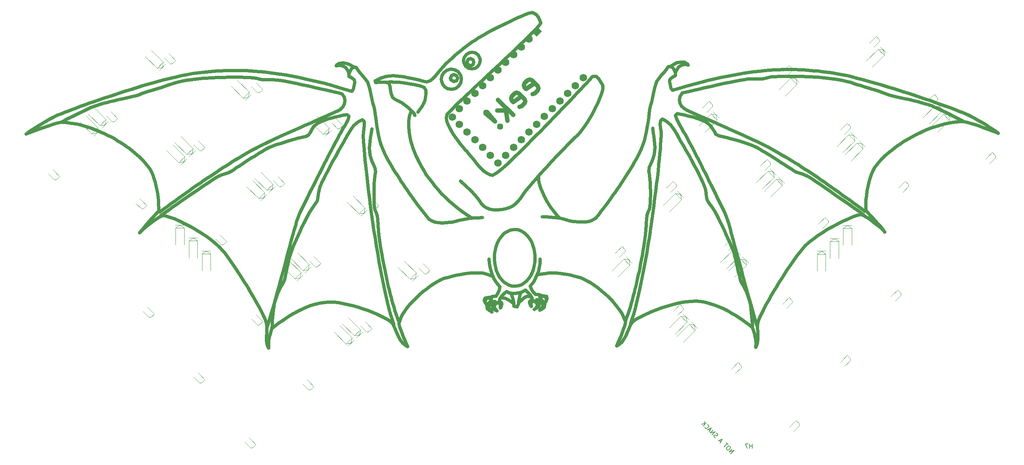
<source format=gbr>
G04 #@! TF.GenerationSoftware,KiCad,Pcbnew,(5.99.0-11349-g4025603a1f)*
G04 #@! TF.CreationDate,2022-06-14T13:32:38-04:00*
G04 #@! TF.ProjectId,eek,65656b2e-6b69-4636-9164-5f7063625858,rev?*
G04 #@! TF.SameCoordinates,Original*
G04 #@! TF.FileFunction,Legend,Bot*
G04 #@! TF.FilePolarity,Positive*
%FSLAX46Y46*%
G04 Gerber Fmt 4.6, Leading zero omitted, Abs format (unit mm)*
G04 Created by KiCad (PCBNEW (5.99.0-11349-g4025603a1f)) date 2022-06-14 13:32:38*
%MOMM*%
%LPD*%
G01*
G04 APERTURE LIST*
G04 Aperture macros list*
%AMRotRect*
0 Rectangle, with rotation*
0 The origin of the aperture is its center*
0 $1 length*
0 $2 width*
0 $3 Rotation angle, in degrees counterclockwise*
0 Add horizontal line*
21,1,$1,$2,0,0,$3*%
G04 Aperture macros list end*
%ADD10C,0.750000*%
%ADD11C,0.150000*%
%ADD12C,1.000000*%
%ADD13C,0.120000*%
%ADD14RotRect,1.752600X1.752600X225.000000*%
%ADD15C,1.752600*%
G04 APERTURE END LIST*
D10*
X246819882Y-69073418D02*
X245968851Y-69104841D01*
X245112966Y-69176648D01*
X244253952Y-69286919D01*
X243393536Y-69433736D01*
X242533443Y-69615182D01*
X241675401Y-69829337D01*
X240821136Y-70074283D01*
X239972373Y-70348102D01*
X239130840Y-70648875D01*
X238298263Y-70974684D01*
X237476367Y-71323610D01*
X236666880Y-71693736D01*
X235871527Y-72083142D01*
X235092036Y-72489910D01*
X234330132Y-72912123D01*
X233587541Y-73347861D01*
X232865990Y-73795206D01*
X232167206Y-74252240D01*
X231492915Y-74717044D01*
X230844842Y-75187700D01*
X230224715Y-75662290D01*
X229634259Y-76138895D01*
X228549268Y-77090477D01*
X227603680Y-78027098D01*
X226811306Y-78933412D01*
X226185955Y-79794072D01*
X225741440Y-80593730D01*
X132904048Y-55868595D02*
X132321242Y-56108603D01*
X138461072Y-47326111D02*
X139154711Y-47000976D01*
X139841711Y-46672398D01*
X140518710Y-46344177D01*
X141508103Y-45860825D01*
X142456081Y-45399645D01*
X143351298Y-44973459D01*
X144182407Y-44595089D01*
X144938060Y-44277356D01*
X145808611Y-43970198D01*
X146638817Y-43816200D01*
X146879852Y-43838330D01*
X86275337Y-117104297D02*
X87065801Y-116470199D01*
X87885889Y-115856911D01*
X88555798Y-115381511D01*
X89312550Y-114869941D01*
X90146109Y-114336827D01*
X91046442Y-113796795D01*
X92003517Y-113264470D01*
X93007299Y-112754478D01*
X94047755Y-112281446D01*
X95114851Y-111859999D01*
X96198553Y-111504762D01*
X97288829Y-111230363D01*
X98375645Y-111051425D01*
X99448967Y-110982577D01*
X228573349Y-62593491D02*
X229284176Y-62846987D01*
X230111414Y-63065768D01*
X231134388Y-63307244D01*
X231900063Y-63480005D01*
X232715156Y-63661605D01*
X233564638Y-63851546D01*
X234433478Y-64049329D01*
X235306645Y-64254455D01*
X236169110Y-64466426D01*
X237005842Y-64684743D01*
X237801811Y-64908906D01*
X238541987Y-65138417D01*
X239514760Y-65491621D01*
X239794839Y-65611490D01*
X89120442Y-106165033D02*
X88637082Y-106946385D01*
X88260797Y-107636654D01*
X87903898Y-108366636D01*
X87575748Y-109119503D01*
X87285705Y-109878426D01*
X87043131Y-110626576D01*
X86820925Y-111520979D01*
X86761001Y-111859303D01*
X179969099Y-58386516D02*
X179282013Y-58732874D01*
X178663191Y-59249851D01*
X178567899Y-59807912D01*
X104745162Y-70728768D02*
X104245465Y-71534271D01*
X103853899Y-72196472D01*
X103387724Y-72998274D01*
X102861838Y-73914654D01*
X102291144Y-74920587D01*
X101690542Y-75991051D01*
X101074932Y-77101020D01*
X100459216Y-78225472D01*
X99858293Y-79339382D01*
X99287066Y-80417728D01*
X98760434Y-81435484D01*
X98293298Y-82367627D01*
X97900559Y-83189134D01*
X97483541Y-84159211D01*
X97397876Y-84400143D01*
X225741440Y-80593730D02*
X225415728Y-81367136D01*
X225135346Y-82153491D01*
X224896940Y-82944124D01*
X224697153Y-83730361D01*
X224532631Y-84503533D01*
X224400017Y-85254967D01*
X224253588Y-86322390D01*
X224160081Y-87292125D01*
X224108172Y-88134906D01*
X224084097Y-89010545D01*
X224090738Y-89665973D01*
X127499474Y-54868653D02*
X128080127Y-54327151D01*
X128686452Y-53786305D01*
X129315931Y-53247975D01*
X129966047Y-52714024D01*
X130634284Y-52186315D01*
X131318126Y-51666710D01*
X132015054Y-51157071D01*
X132722553Y-50659261D01*
X133438106Y-50175143D01*
X134159196Y-49706578D01*
X134883306Y-49255429D01*
X135607919Y-48823559D01*
X136330519Y-48412829D01*
X137048589Y-48025103D01*
X137759612Y-47662243D01*
X138461072Y-47326111D01*
X168297015Y-115567872D02*
X167934057Y-114499940D01*
X167552061Y-113747356D01*
X167071775Y-112973030D01*
X166504968Y-112186188D01*
X165863409Y-111396057D01*
X165158867Y-110611861D01*
X164403109Y-109842826D01*
X163607906Y-109098177D01*
X162785026Y-108387142D01*
X161946237Y-107718944D01*
X161103308Y-107102809D01*
X160268007Y-106547964D01*
X159452105Y-106063634D01*
X158667368Y-105659044D01*
X157925566Y-105343420D01*
X157574444Y-105221854D01*
X128519994Y-58173779D02*
X129102800Y-58413787D01*
X109901323Y-65454036D02*
X109679572Y-64690534D01*
X109483540Y-63879197D01*
X109305272Y-63051835D01*
X109136814Y-62240260D01*
X108970211Y-61476285D01*
X108752447Y-60636715D01*
X108456677Y-59880499D01*
X108401988Y-59788072D01*
X223886529Y-89891281D02*
X222997080Y-89233584D01*
X222114312Y-88584590D01*
X221238538Y-87944551D01*
X220370070Y-87313721D01*
X219509219Y-86692354D01*
X218656297Y-86080702D01*
X217811617Y-85479019D01*
X216975490Y-84887559D01*
X216148229Y-84306574D01*
X215330146Y-83736319D01*
X214521553Y-83177046D01*
X213722761Y-82629010D01*
X212934083Y-82092463D01*
X212155831Y-81567659D01*
X211388317Y-81054851D01*
X210631853Y-80554292D01*
X209886751Y-80066237D01*
X209153323Y-79590938D01*
X208431882Y-79128650D01*
X207722738Y-78679624D01*
X207026205Y-78244115D01*
X206342594Y-77822376D01*
X205672217Y-77414660D01*
X205015387Y-77021222D01*
X203743613Y-76278189D01*
X202529770Y-75595304D01*
X201376353Y-74974594D01*
X200285860Y-74418088D01*
X105767689Y-56482896D02*
X104950789Y-56564673D01*
X104492939Y-57201043D01*
X104160870Y-57921168D01*
X104128769Y-58586670D01*
X136249321Y-112516260D02*
X136143010Y-111736250D01*
X136638087Y-111155581D01*
X163081715Y-60710258D02*
X163095675Y-61519116D01*
X162852101Y-62452299D01*
X162588377Y-63194051D01*
X162255793Y-64009193D01*
X161864821Y-64878596D01*
X161425929Y-65783134D01*
X160949587Y-66703678D01*
X160446265Y-67621101D01*
X159926434Y-68516276D01*
X159400562Y-69370075D01*
X158879120Y-70163371D01*
X158372577Y-70877037D01*
X157891403Y-71491944D01*
X157240112Y-72187292D01*
X136516597Y-112042453D02*
X136901472Y-112730624D01*
X137318426Y-113269495D01*
X174196544Y-65253886D02*
X174418294Y-64490384D01*
X174614326Y-63679046D01*
X174792593Y-62851684D01*
X174961052Y-62040109D01*
X175127655Y-61276133D01*
X175345418Y-60436563D01*
X175641188Y-59680346D01*
X175695878Y-59587919D01*
X85103875Y-116434730D02*
X85100597Y-117194744D01*
X85062824Y-118121808D01*
X85025167Y-119011018D01*
X85027845Y-119849144D01*
X85111072Y-120622957D01*
X85373896Y-121448011D01*
X85512161Y-121694264D01*
X173806385Y-80958752D02*
X173930789Y-81721100D01*
X174006898Y-82474442D01*
X174067042Y-83339474D01*
X174110115Y-84276642D01*
X174135010Y-85246388D01*
X174140623Y-86209159D01*
X174125847Y-87125398D01*
X174089577Y-87955551D01*
X174005872Y-88860141D01*
X173915151Y-89335598D01*
X149118268Y-109580390D02*
X148393755Y-109313852D01*
X148158502Y-109240219D01*
X137597843Y-109624815D02*
X138253885Y-109624815D01*
X147769728Y-110455113D02*
X148207089Y-110552305D01*
X197336886Y-111659172D02*
X197459464Y-112593385D01*
X197549013Y-113441199D01*
X197629016Y-114312467D01*
X197697647Y-115146423D01*
X197764660Y-116043826D01*
X197817041Y-116816767D01*
X197822551Y-116904168D01*
X55593798Y-94913871D02*
X56188456Y-94307016D01*
X56857390Y-93717820D01*
X57450589Y-93224458D01*
X58088216Y-92716958D01*
X58739674Y-92222299D01*
X59374366Y-91767460D01*
X60141656Y-91269577D01*
X60871867Y-90911638D01*
X60976057Y-90885298D01*
X173166111Y-93052455D02*
X173091845Y-94231371D01*
X172984074Y-95245359D01*
X172832667Y-96416701D01*
X172640171Y-97723897D01*
X172409133Y-99145451D01*
X172279957Y-99892394D01*
X172142100Y-100659863D01*
X171995882Y-101445173D01*
X171841619Y-102245635D01*
X171679632Y-103058563D01*
X171510238Y-103881269D01*
X171333755Y-104711066D01*
X171150502Y-105545267D01*
X170960798Y-106381183D01*
X170764961Y-107216129D01*
X170563308Y-108047416D01*
X170356159Y-108872357D01*
X170143832Y-109688266D01*
X169926646Y-110492454D01*
X169704918Y-111282235D01*
X169478967Y-112054921D01*
X169249111Y-112807824D01*
X169015670Y-113538259D01*
X168539302Y-114920969D01*
X168297013Y-115567872D01*
X109901323Y-65454036D02*
X109679572Y-64690534D01*
X109483540Y-63879197D01*
X109305272Y-63051835D01*
X109136814Y-62240260D01*
X108970211Y-61476285D01*
X108752447Y-60636715D01*
X108456677Y-59880499D01*
X108401988Y-59788072D01*
X220554617Y-59978756D02*
X221393298Y-60261266D01*
X222177099Y-60518699D01*
X222908137Y-60753024D01*
X223910393Y-61065497D01*
X224805840Y-61337069D01*
X225601621Y-61574393D01*
X226519975Y-61849049D01*
X227290783Y-62090419D01*
X228072603Y-62369350D01*
X228573349Y-62593491D01*
X132321242Y-54469723D02*
X132904047Y-54709731D01*
X248564684Y-67880265D02*
X249506981Y-68378095D01*
X250409855Y-68885190D01*
X251261672Y-69388835D01*
X252050804Y-69876311D01*
X252765618Y-70334904D01*
X253394484Y-70751895D01*
X254079172Y-71221192D01*
X254720634Y-71678140D01*
X254851023Y-71774149D01*
X156455814Y-92302959D02*
X157372505Y-92389893D01*
X158257658Y-92420718D01*
X159095543Y-92380278D01*
X159870432Y-92253420D01*
X160695000Y-91965780D01*
X161379025Y-91505688D01*
X146213231Y-107309312D02*
X146703047Y-106729256D01*
X147144869Y-106079489D01*
X147534440Y-105365990D01*
X147867501Y-104594739D01*
X148139797Y-103771715D01*
X148347070Y-102902900D01*
X148485064Y-101994272D01*
X148549523Y-101051813D01*
X73263370Y-82116207D02*
X72603822Y-82537881D01*
X71966118Y-82960181D01*
X71198260Y-83475837D01*
X70324463Y-84068058D01*
X69368941Y-84720052D01*
X68355908Y-85415027D01*
X67309579Y-86136192D01*
X66254168Y-86866755D01*
X65213890Y-87589925D01*
X64212959Y-88288909D01*
X63275590Y-88946915D01*
X62425997Y-89547153D01*
X61688395Y-90072830D01*
X60844942Y-90684813D01*
X60493255Y-90950626D01*
X188089663Y-70033601D02*
X188591520Y-70754373D01*
X188960213Y-71412831D01*
X189361840Y-72057579D01*
X190051609Y-72405109D01*
X190436920Y-72477132D01*
X96180335Y-88389124D02*
X95588088Y-89210385D01*
X95023886Y-90166239D01*
X94607124Y-90928678D01*
X94168138Y-91768471D01*
X93715743Y-92666067D01*
X93258749Y-93601914D01*
X92805969Y-94556463D01*
X92366214Y-95510162D01*
X91948296Y-96443461D01*
X91561027Y-97336810D01*
X91213219Y-98170656D01*
X90913683Y-98925451D01*
X90574168Y-99866652D01*
X90433867Y-100338281D01*
X110316950Y-60009193D02*
X111180143Y-59992381D01*
X112022781Y-59953897D01*
X112796166Y-59962719D01*
X113495543Y-60188893D01*
X148989384Y-91164366D02*
X149939651Y-91208906D01*
X150776426Y-91263481D01*
X151841762Y-91361117D01*
X152710815Y-91473515D01*
X153625486Y-91638233D01*
X154494726Y-91852372D01*
X155352414Y-92092767D01*
X156105196Y-92253810D01*
X156455814Y-92302959D01*
X198783605Y-116416915D02*
X198026639Y-113726391D01*
X197334141Y-111248080D01*
X196702421Y-108971553D01*
X196127791Y-106886379D01*
X195606561Y-104982130D01*
X195135043Y-103248377D01*
X194709546Y-101674689D01*
X194326382Y-100250638D01*
X193981861Y-98965794D01*
X193672295Y-97809729D01*
X193393995Y-96772011D01*
X193143270Y-95842213D01*
X192916433Y-95009905D01*
X192709794Y-94264657D01*
X192342352Y-92993626D01*
X192011431Y-91945684D01*
X191687519Y-91037398D01*
X191341102Y-90185332D01*
X190942667Y-89306052D01*
X190462701Y-88316122D01*
X189871690Y-87132109D01*
X189525320Y-86441248D01*
X189140122Y-85670577D01*
X188712406Y-84809668D01*
X188238483Y-83848092D01*
X181516470Y-62435189D02*
X182434458Y-62216986D01*
X183239738Y-62027560D01*
X184239526Y-61794496D01*
X185396603Y-61527614D01*
X186673750Y-61236733D01*
X188033749Y-60931674D01*
X189439382Y-60622256D01*
X190853429Y-60318300D01*
X192238674Y-60029625D01*
X193557896Y-59766052D01*
X194773879Y-59537399D01*
X195849403Y-59353488D01*
X196747250Y-59224139D01*
X197679462Y-59153898D01*
X103614536Y-69306896D02*
X103954615Y-68595330D01*
X104145548Y-67842920D01*
X103745792Y-67458319D01*
X136705802Y-101051813D02*
X136772470Y-102005191D01*
X136916102Y-102932835D01*
X137133623Y-103826366D01*
X137421957Y-104677407D01*
X137778030Y-105477583D01*
X138198766Y-106218515D01*
X138681089Y-106891828D01*
X139221926Y-107489144D01*
X127642049Y-92503092D02*
X126725357Y-92590027D01*
X125840205Y-92620851D01*
X125002320Y-92580412D01*
X124227431Y-92453553D01*
X123402864Y-92165913D01*
X122718840Y-91705822D01*
X188238483Y-83848092D02*
X187750461Y-82856245D01*
X187282622Y-81910678D01*
X186834531Y-81010191D01*
X186405756Y-80153582D01*
X185995863Y-79339649D01*
X185604418Y-78567193D01*
X185230990Y-77835012D01*
X184875145Y-77141904D01*
X184214468Y-75868107D01*
X183618924Y-74736192D01*
X183085047Y-73736552D01*
X182609371Y-72859577D01*
X182188430Y-72095660D01*
X181818760Y-71435193D01*
X181352804Y-70617440D01*
X180878630Y-69799496D01*
X180483335Y-69106747D01*
X198585729Y-121494136D02*
X198605559Y-120590238D01*
X198544347Y-119779523D01*
X198392268Y-118906597D01*
X198187278Y-118115952D01*
X197964171Y-117379279D01*
X197822551Y-116904168D01*
X228504102Y-94713724D02*
X227909443Y-94106869D01*
X227240508Y-93517673D01*
X226647309Y-93024311D01*
X226009682Y-92516811D01*
X225358223Y-92022152D01*
X224723530Y-91567312D01*
X223956240Y-91069429D01*
X223226029Y-90711490D01*
X223121840Y-90685150D01*
X182915717Y-55957708D02*
X182150642Y-55842275D01*
X181351905Y-55953705D01*
X180725227Y-56380747D01*
X180227032Y-57077930D01*
X179952149Y-57682610D01*
X135994194Y-110050027D02*
X135780453Y-110797239D01*
X135860547Y-111289218D01*
X199304565Y-75351274D02*
X200110928Y-75835457D01*
X200868489Y-76303180D01*
X201716237Y-76834090D01*
X202617471Y-77404373D01*
X203535491Y-77990216D01*
X204433599Y-78567807D01*
X205275095Y-79113333D01*
X206023281Y-79602982D01*
X206812279Y-80127768D01*
X207200019Y-80394430D01*
X117771510Y-121331039D02*
X117433111Y-120557827D01*
X117090825Y-119750883D01*
X116802524Y-119049042D01*
X116512373Y-118314239D01*
X116243071Y-117591353D01*
X115955669Y-116723611D01*
X115787265Y-115942987D01*
X115800858Y-115767996D01*
X138569766Y-113050814D02*
X137882409Y-112689478D01*
X137767934Y-112577006D01*
X178567899Y-59807912D02*
X178728551Y-60599691D01*
X178889118Y-61351360D01*
X179255880Y-61853930D01*
X184648913Y-110782447D02*
X183558996Y-110816569D01*
X182425105Y-110930636D01*
X181261338Y-111115408D01*
X180081790Y-111361647D01*
X178900559Y-111660112D01*
X177731742Y-112001566D01*
X176589436Y-112376769D01*
X175487738Y-112776483D01*
X174440743Y-113191467D01*
X173462551Y-113612484D01*
X172567256Y-114030295D01*
X171768957Y-114435660D01*
X171081750Y-114819340D01*
X170290073Y-115333992D01*
X169827650Y-115747884D01*
X60976057Y-90885298D02*
X61735608Y-91007295D01*
X62732070Y-91336117D01*
X63559398Y-91658393D01*
X64492117Y-92056928D01*
X65508777Y-92526414D01*
X66587930Y-93061547D01*
X67708124Y-93657019D01*
X68847911Y-94307524D01*
X69985842Y-95007755D01*
X71100466Y-95752407D01*
X72170333Y-96536174D01*
X73173995Y-97353747D01*
X74090002Y-98199822D01*
X74896904Y-99069092D01*
X75252738Y-99510767D01*
X140732514Y-108520770D02*
X141445801Y-108873651D01*
X142211388Y-108988409D01*
X142627405Y-108992930D01*
X201488650Y-58838237D02*
X202239971Y-58720216D01*
X203018075Y-58658815D01*
X203985160Y-58613018D01*
X205113114Y-58584348D01*
X206373825Y-58574329D01*
X207739182Y-58584487D01*
X209181073Y-58616346D01*
X210671385Y-58671431D01*
X211425914Y-58708159D01*
X212182006Y-58751265D01*
X212936148Y-58800940D01*
X213684826Y-58857374D01*
X215151731Y-58991282D01*
X216554610Y-59154513D01*
X217865352Y-59348592D01*
X219055843Y-59575044D01*
X220097972Y-59835393D01*
X220554617Y-59978756D01*
X182604925Y-66466930D02*
X181940022Y-66072533D01*
X181357797Y-65498116D01*
X180969219Y-64754560D01*
X180852488Y-63920082D01*
X181023050Y-63175780D01*
X181097476Y-63046981D01*
X127936845Y-61580071D02*
X127134820Y-61438529D01*
X126453098Y-61047418D01*
X125941948Y-60457010D01*
X125651641Y-59717574D01*
X125604251Y-59247475D01*
X138569766Y-111131284D02*
X138007420Y-111637409D01*
X137816532Y-112163943D01*
X148207089Y-110552305D02*
X148786510Y-111114008D01*
X149239748Y-111657857D01*
X135739057Y-110037878D02*
X136508757Y-109945196D01*
X136638077Y-109964986D01*
X130269441Y-59247475D02*
X130269441Y-59247475D01*
X184648913Y-110782447D02*
X183558996Y-110816569D01*
X182425105Y-110930636D01*
X181261338Y-111115408D01*
X180081790Y-111361647D01*
X178900559Y-111660112D01*
X177731742Y-112001566D01*
X176589436Y-112376769D01*
X175487738Y-112776483D01*
X174440743Y-113191467D01*
X173462551Y-113612484D01*
X172567256Y-114030295D01*
X171768957Y-114435660D01*
X171081750Y-114819340D01*
X170290073Y-115333992D01*
X169827650Y-115747884D01*
X187917543Y-88188983D02*
X188509790Y-89010244D01*
X189073992Y-89966098D01*
X189490755Y-90728538D01*
X189929740Y-91568331D01*
X190382136Y-92465927D01*
X190839130Y-93401775D01*
X191291911Y-94356324D01*
X191731666Y-95310024D01*
X192149585Y-96243324D01*
X192536854Y-97136672D01*
X192884663Y-97970519D01*
X193184198Y-98725314D01*
X193523714Y-99666515D01*
X193664016Y-100138145D01*
X75252738Y-99510767D02*
X75958121Y-100458323D01*
X76711259Y-101513026D01*
X77499355Y-102655064D01*
X78309614Y-103864625D01*
X79129241Y-105121898D01*
X79538569Y-105762235D01*
X79945440Y-106407071D01*
X80348255Y-107053928D01*
X80745415Y-107700332D01*
X81135321Y-108343804D01*
X81886969Y-109612051D01*
X82590405Y-110838857D01*
X83232834Y-112004410D01*
X83801459Y-113088899D01*
X84283485Y-114072512D01*
X84666117Y-114935438D01*
X84936558Y-115657864D01*
X85103875Y-116434730D01*
X127642049Y-92503092D02*
X126725357Y-92590027D01*
X125840205Y-92620851D01*
X125002320Y-92580412D01*
X124227431Y-92453553D01*
X123402864Y-92165913D01*
X122718840Y-91705822D01*
X166326364Y-121130918D02*
X166664762Y-120357706D01*
X167007048Y-119550761D01*
X167295349Y-118848920D01*
X167585500Y-118114117D01*
X167854802Y-117391230D01*
X168142203Y-116523487D01*
X168310607Y-115742863D01*
X168297015Y-115567872D01*
X103745792Y-67458319D02*
X102927034Y-67603210D01*
X101958162Y-67798567D01*
X101090375Y-67996167D01*
X100155000Y-68237043D01*
X99200077Y-68520738D01*
X98273651Y-68846797D01*
X97423763Y-69214762D01*
X96698456Y-69624177D01*
X96008212Y-70233751D01*
X208845153Y-99310627D02*
X208139769Y-100258183D01*
X207386631Y-101312887D01*
X206598535Y-102454926D01*
X205788275Y-103664488D01*
X204968648Y-104921761D01*
X204559320Y-105562099D01*
X204152449Y-106206935D01*
X203749634Y-106853793D01*
X203352473Y-107500197D01*
X202962568Y-108143670D01*
X202210919Y-109411917D01*
X201507483Y-110638724D01*
X200865054Y-111804278D01*
X200296429Y-112888767D01*
X199814403Y-113872381D01*
X199431771Y-114735307D01*
X199161329Y-115457734D01*
X198994013Y-116234600D01*
X133145454Y-55289163D02*
X133145454Y-55289163D01*
X175695878Y-59587919D02*
X176187369Y-58923299D01*
X176720643Y-58290795D01*
X177288789Y-57634268D01*
X177826909Y-56985905D01*
X178270100Y-56377893D01*
X178330179Y-56282741D01*
X146632251Y-110333935D02*
X146093930Y-110888205D01*
X146093176Y-111111154D01*
X136638077Y-109964986D02*
X137362589Y-109698447D01*
X137597843Y-109624815D01*
X140732513Y-108520769D02*
X140155556Y-109070988D01*
X139565209Y-109663133D01*
X139109907Y-110307805D01*
X139124094Y-110718533D01*
X114270224Y-115948008D02*
X114681966Y-116644908D01*
X115029409Y-117507503D01*
X115313494Y-118265432D01*
X115646301Y-119041209D01*
X116067775Y-119795633D01*
X116617859Y-120489507D01*
X117336499Y-121083632D01*
X117771510Y-121331039D01*
X193664016Y-100138145D02*
X193876966Y-101002770D01*
X194099218Y-101951157D01*
X194319154Y-102921956D01*
X194525155Y-103853817D01*
X194705603Y-104685391D01*
X194877528Y-105490368D01*
X194977442Y-105964899D01*
X176594997Y-71453297D02*
X176455685Y-70560417D01*
X176376183Y-69707813D01*
X176418089Y-68928781D01*
X176843722Y-68487787D01*
X44303061Y-65811652D02*
X43469630Y-66193779D01*
X42594090Y-66607874D01*
X41703538Y-67038749D01*
X40825071Y-67471214D01*
X39985788Y-67890080D01*
X39212785Y-68280158D01*
X38533161Y-68626259D01*
X37819087Y-68993064D01*
X37278023Y-69273580D01*
X129344206Y-58993219D02*
X129102800Y-59572651D01*
X223121840Y-90685150D02*
X222362287Y-90807148D01*
X221365824Y-91135970D01*
X220538496Y-91458246D01*
X219605777Y-91856781D01*
X218589116Y-92326268D01*
X217509963Y-92861401D01*
X216389768Y-93456874D01*
X215249981Y-94107379D01*
X214112050Y-94807612D01*
X212997426Y-95552264D01*
X211927558Y-96336031D01*
X210923895Y-97153605D01*
X210007888Y-97999681D01*
X209200986Y-98868951D01*
X208845153Y-99310627D01*
X179969099Y-58386516D02*
X179282013Y-58732874D01*
X178663191Y-59249851D01*
X178567899Y-59807912D01*
X83812022Y-74618238D02*
X84918338Y-74079061D01*
X86108839Y-73513558D01*
X87365449Y-72928576D01*
X88670092Y-72330964D01*
X90004692Y-71727569D01*
X91351176Y-71125239D01*
X92691466Y-70530822D01*
X94007488Y-69951166D01*
X95281166Y-69393119D01*
X96494425Y-68863530D01*
X97629189Y-68369246D01*
X98667382Y-67917114D01*
X99590931Y-67513984D01*
X100381758Y-67166703D01*
X101279606Y-66765478D01*
X101492947Y-66667080D01*
X55524545Y-62793652D02*
X54813717Y-63047148D01*
X53986480Y-63265930D01*
X52963506Y-63507406D01*
X52197832Y-63680167D01*
X51382739Y-63861767D01*
X50533258Y-64051708D01*
X49664418Y-64249491D01*
X48791252Y-64454618D01*
X47928787Y-64666589D01*
X47092056Y-64884905D01*
X46296087Y-65109068D01*
X45555911Y-65338580D01*
X44583139Y-65691783D01*
X44303061Y-65811652D01*
X137986617Y-110839708D02*
X137549256Y-110936901D01*
X198994013Y-116234600D02*
X198997290Y-116994615D01*
X199035064Y-117921679D01*
X199072721Y-118810889D01*
X199070044Y-119649016D01*
X198986816Y-120422829D01*
X198723993Y-121247883D01*
X198585729Y-121494136D01*
X144991360Y-95026597D02*
X145634595Y-95648191D01*
X146187787Y-96397228D01*
X146560289Y-97075616D01*
X146866212Y-97813966D01*
X147101580Y-98602679D01*
X147262414Y-99432153D01*
X147344738Y-100292789D01*
X147355215Y-100731793D01*
X132904047Y-54709731D02*
X133145454Y-55289163D01*
X99448967Y-110982577D02*
X100538883Y-111016699D01*
X101672773Y-111130765D01*
X102836540Y-111315537D01*
X104016087Y-111561775D01*
X105197318Y-111860240D01*
X106366134Y-112201694D01*
X107508440Y-112576896D01*
X108610138Y-112976609D01*
X109657132Y-113391594D01*
X110635324Y-113812610D01*
X111530618Y-114230420D01*
X112328917Y-114635785D01*
X113016124Y-115019465D01*
X113807800Y-115534116D01*
X114270224Y-115948008D01*
X129344206Y-58993219D02*
X129344206Y-58993219D01*
X216214931Y-57762467D02*
X217031039Y-57889039D01*
X217913708Y-58048949D01*
X218857538Y-58240085D01*
X219857131Y-58460338D01*
X220907087Y-58707595D01*
X222002006Y-58979748D01*
X223136491Y-59274686D01*
X224305141Y-59590298D01*
X225502558Y-59924474D01*
X226723342Y-60275104D01*
X227962094Y-60640077D01*
X229213416Y-61017283D01*
X230471907Y-61404611D01*
X231732170Y-61799951D01*
X232988804Y-62201193D01*
X234236410Y-62606225D01*
X235469590Y-63012939D01*
X236682944Y-63419223D01*
X237871074Y-63822967D01*
X239028579Y-64222061D01*
X240150061Y-64614393D01*
X241230121Y-64997855D01*
X242263360Y-65370335D01*
X243244378Y-65729723D01*
X244167776Y-66073908D01*
X245028155Y-66400781D01*
X245820116Y-66708230D01*
X246538261Y-66994146D01*
X247731501Y-67492935D01*
X248564684Y-67880265D01*
X148474367Y-109750473D02*
X149260783Y-109651810D01*
X149762151Y-109665432D01*
X112562361Y-58665090D02*
X111696691Y-58954759D01*
X110969512Y-59239811D01*
X110251870Y-59598822D01*
X110316950Y-60009193D01*
X197822551Y-116904168D02*
X197032086Y-116270069D01*
X196211998Y-115656782D01*
X195542088Y-115181381D01*
X194785336Y-114669811D01*
X193951776Y-114136697D01*
X193051442Y-113596664D01*
X192094367Y-113064339D01*
X191090584Y-112554348D01*
X190050128Y-112081316D01*
X188983031Y-111659868D01*
X187899328Y-111304632D01*
X186809051Y-111030232D01*
X185722235Y-110851295D01*
X184648913Y-110782447D01*
X224090738Y-89665973D02*
X224607693Y-90222213D01*
X225246491Y-90915208D01*
X225816097Y-91538472D01*
X226418353Y-92204226D01*
X227012823Y-92870851D01*
X227559068Y-93496730D01*
X228142492Y-94195923D01*
X228504102Y-94713724D01*
X133145454Y-55289163D02*
X132904048Y-55868595D01*
X130750810Y-54911177D02*
X130903926Y-54157154D01*
X131389155Y-53477269D01*
X132119828Y-53061124D01*
X132699228Y-52974034D01*
X105767689Y-56482896D02*
X104950789Y-56564673D01*
X104492939Y-57201043D01*
X104160870Y-57921168D01*
X104128769Y-58586670D01*
X63543273Y-60178917D02*
X62704592Y-60461427D01*
X61920791Y-60718860D01*
X61189753Y-60953185D01*
X60187497Y-61265659D01*
X59292051Y-61537231D01*
X58496271Y-61774554D01*
X57577917Y-62049210D01*
X56807109Y-62290580D01*
X56025289Y-62569511D01*
X55524545Y-62793652D01*
X173915151Y-89335598D02*
X173622693Y-90052186D01*
X173316193Y-90839691D01*
X173215669Y-91759181D01*
X173173301Y-92747271D01*
X173166111Y-93052455D01*
X146457644Y-111086857D02*
X147111407Y-110707487D01*
X147186579Y-110746686D01*
X76897867Y-80594579D02*
X76227736Y-80959066D01*
X75418191Y-81223401D01*
X74624087Y-81469309D01*
X73846022Y-81795752D01*
X73263370Y-82116207D01*
X147502460Y-109240219D02*
X146913053Y-108660020D01*
X146449835Y-107986909D01*
X146213231Y-107309313D01*
X181097476Y-63046981D02*
X181516470Y-62435189D01*
X149762151Y-109665432D02*
X149975891Y-110412644D01*
X149895798Y-110904623D01*
X149118258Y-110770986D02*
X148604125Y-110200258D01*
X148547260Y-110163539D01*
X140263649Y-106436989D02*
X139620413Y-105815394D01*
X139067221Y-105066357D01*
X138694719Y-104387969D01*
X138388796Y-103649619D01*
X138153428Y-102860906D01*
X137992594Y-102031432D01*
X137910270Y-101170796D01*
X137899794Y-100731793D01*
X85103875Y-116434730D02*
X85100597Y-117194744D01*
X85062824Y-118121808D01*
X85025167Y-119011018D01*
X85027845Y-119849144D01*
X85111072Y-120622957D01*
X85373896Y-121448011D01*
X85512161Y-121694264D01*
X134647648Y-54911177D02*
X134647648Y-54911177D01*
X178330179Y-56282741D02*
X179147078Y-56364519D01*
X179604928Y-57000889D01*
X179936997Y-57721014D01*
X179969099Y-58386516D01*
X148304282Y-111329835D02*
X147887534Y-110680260D01*
X147769728Y-110455113D01*
X122205785Y-59875963D02*
X123032648Y-59617060D01*
X123650527Y-59087111D01*
X124202597Y-58484094D01*
X124835920Y-57742103D01*
X125380842Y-57105620D01*
X125998644Y-56409309D01*
X126700973Y-55661033D01*
X127499474Y-54868653D01*
X29246886Y-71974311D02*
X30038874Y-71665182D01*
X30763347Y-71387492D01*
X31640974Y-71057041D01*
X32617839Y-70697620D01*
X33640029Y-70333019D01*
X34653629Y-69987027D01*
X35604724Y-69683436D01*
X36439401Y-69446034D01*
X37278023Y-69273580D01*
X103000394Y-63247133D02*
X102581401Y-62635341D01*
X194977442Y-105964899D02*
X195460802Y-106746251D01*
X195837087Y-107436521D01*
X196193986Y-108166503D01*
X196522137Y-108919370D01*
X196812180Y-109678294D01*
X197054755Y-110426445D01*
X197276961Y-111320848D01*
X197336886Y-111659172D01*
X58356456Y-80793883D02*
X58682167Y-81567288D01*
X58962549Y-82353643D01*
X59200955Y-83144275D01*
X59400742Y-83930512D01*
X59565265Y-84703683D01*
X59697878Y-85455116D01*
X59844308Y-86522539D01*
X59937815Y-87492274D01*
X59989723Y-88335054D01*
X60013799Y-89210692D01*
X60007159Y-89866120D01*
X37278023Y-69273580D02*
X38129052Y-69305003D01*
X38984937Y-69376809D01*
X39843951Y-69487081D01*
X40704366Y-69633898D01*
X41564458Y-69815343D01*
X42422500Y-70029498D01*
X43276765Y-70274444D01*
X44125527Y-70548262D01*
X44967060Y-70849035D01*
X45799637Y-71174843D01*
X46621532Y-71523770D01*
X47431019Y-71893895D01*
X48226371Y-72283301D01*
X49005862Y-72690069D01*
X49767766Y-73112281D01*
X50510357Y-73548019D01*
X51231907Y-73995364D01*
X51930691Y-74452397D01*
X52604982Y-74917201D01*
X53253055Y-75387857D01*
X53873182Y-75862446D01*
X54463637Y-76339051D01*
X55548627Y-77290632D01*
X56494215Y-78227252D01*
X57286589Y-79133566D01*
X57911940Y-79994225D01*
X58356456Y-80793883D01*
X104841989Y-62054082D02*
X103092373Y-61523796D01*
X101395012Y-61030347D01*
X99748517Y-60572647D01*
X98151499Y-60149610D01*
X96602569Y-59760147D01*
X95100338Y-59403172D01*
X93643416Y-59077596D01*
X92230415Y-58782334D01*
X90859946Y-58516296D01*
X89530619Y-58278397D01*
X88241045Y-58067547D01*
X86989835Y-57882661D01*
X85775601Y-57722651D01*
X84596953Y-57586429D01*
X83452502Y-57472908D01*
X82340858Y-57381001D01*
X81260634Y-57309620D01*
X80210439Y-57257677D01*
X79188885Y-57224086D01*
X78194583Y-57207759D01*
X77226143Y-57207609D01*
X76282176Y-57222548D01*
X75361294Y-57251489D01*
X74462108Y-57293345D01*
X73583227Y-57347028D01*
X72723264Y-57411450D01*
X71880828Y-57485525D01*
X71054532Y-57568165D01*
X70242985Y-57658283D01*
X69444800Y-57754791D01*
X68658586Y-57856602D01*
X67882955Y-57962629D01*
X93660957Y-72677281D02*
X92906296Y-72823917D01*
X92149714Y-73005146D01*
X91272373Y-73236687D01*
X90312611Y-73508857D01*
X89308770Y-73811971D01*
X88299188Y-74136347D01*
X87322207Y-74472300D01*
X86416166Y-74810146D01*
X85619405Y-75140203D01*
X84793316Y-75551423D01*
X147355215Y-100731793D02*
X147313639Y-101604409D01*
X147191563Y-102450664D01*
X146992964Y-103260958D01*
X146721821Y-104025689D01*
X146382112Y-104735258D01*
X145977813Y-105380065D01*
X145387671Y-106080375D01*
X144991360Y-106436989D01*
X82609229Y-59038395D02*
X81857908Y-58920374D01*
X81079804Y-58858974D01*
X80112720Y-58813176D01*
X78984767Y-58784506D01*
X77724056Y-58774488D01*
X76358700Y-58784647D01*
X74916810Y-58816506D01*
X73426499Y-58871591D01*
X72671970Y-58908319D01*
X71915878Y-58951425D01*
X71161736Y-59001100D01*
X70413059Y-59057535D01*
X68946155Y-59191443D01*
X67543276Y-59354674D01*
X66232536Y-59548754D01*
X65042045Y-59775205D01*
X63999916Y-60035554D01*
X63543273Y-60178917D01*
X114574348Y-116183889D02*
X114206092Y-115104914D01*
X113841079Y-113913911D01*
X113479934Y-112620066D01*
X113123283Y-111232565D01*
X112771751Y-109760594D01*
X112425966Y-108213339D01*
X112086552Y-106599986D01*
X111754136Y-104929722D01*
X111429343Y-103211731D01*
X111112800Y-101455201D01*
X110805132Y-99669317D01*
X110506966Y-97863265D01*
X110218927Y-96046231D01*
X109941642Y-94227401D01*
X109675735Y-92415962D01*
X109421834Y-90621099D01*
X109180564Y-88851998D01*
X108952550Y-87117845D01*
X108738420Y-85427826D01*
X108538799Y-83791128D01*
X108354312Y-82216937D01*
X108185586Y-80714437D01*
X108033247Y-79292816D01*
X107897920Y-77961259D01*
X107780232Y-76728953D01*
X107680808Y-75605083D01*
X107600275Y-74598835D01*
X107539258Y-73719396D01*
X107478277Y-72377687D01*
X107502873Y-71653444D01*
X58356456Y-80793883D02*
X58682167Y-81567288D01*
X58962549Y-82353643D01*
X59200955Y-83144275D01*
X59400742Y-83930512D01*
X59565265Y-84703683D01*
X59697878Y-85455116D01*
X59844308Y-86522539D01*
X59937815Y-87492274D01*
X59989723Y-88335054D01*
X60013799Y-89210692D01*
X60007159Y-89866120D01*
X122205786Y-59875962D02*
X121343485Y-59671736D01*
X120520859Y-59478456D01*
X119736823Y-59297449D01*
X118990292Y-59130041D01*
X117938443Y-58907333D01*
X116964878Y-58722691D01*
X116065933Y-58580594D01*
X115237948Y-58485523D01*
X114477260Y-58441957D01*
X113561364Y-58471732D01*
X112749919Y-58611654D01*
X112562361Y-58665090D01*
X122718840Y-91705822D02*
X121985452Y-90864097D01*
X121404146Y-90128757D01*
X120709171Y-89218690D01*
X119922579Y-88160091D01*
X119066426Y-86979153D01*
X118619156Y-86350994D01*
X118162766Y-85702072D01*
X117700012Y-85035664D01*
X117233651Y-84355042D01*
X116766440Y-83663481D01*
X116301137Y-82964256D01*
X115840496Y-82260641D01*
X115387276Y-81555909D01*
X114944233Y-80853336D01*
X114514124Y-80156196D01*
X114099705Y-79467762D01*
X113703734Y-78791310D01*
X113328966Y-78130113D01*
X112654070Y-76866582D01*
X112097071Y-75703364D01*
X111680023Y-74666654D01*
X111530873Y-74203925D01*
X139250108Y-112382623D02*
X139324755Y-111611064D01*
X139298701Y-111471452D01*
X110291484Y-81158894D02*
X110167080Y-81921241D01*
X110090970Y-82674583D01*
X110030827Y-83539615D01*
X109987755Y-84476782D01*
X109962860Y-85446528D01*
X109957247Y-86409298D01*
X109972023Y-87325537D01*
X110008293Y-88155689D01*
X110091999Y-89060278D01*
X110182721Y-89535735D01*
X148989384Y-91164366D02*
X149939651Y-91208906D01*
X150776426Y-91263481D01*
X151841762Y-91361117D01*
X152710815Y-91473515D01*
X153625486Y-91638233D01*
X154494726Y-91852372D01*
X155352414Y-92092767D01*
X156105196Y-92253810D01*
X156455814Y-92302959D01*
X107254147Y-68687935D02*
X106507606Y-69008669D01*
X105905701Y-69457619D01*
X105293486Y-70045427D01*
X104816769Y-70626941D01*
X104745162Y-70728768D01*
X228504102Y-94713724D02*
X227909443Y-94106869D01*
X227240508Y-93517673D01*
X226647309Y-93024311D01*
X226009682Y-92516811D01*
X225358223Y-92022152D01*
X224723530Y-91567312D01*
X223956240Y-91069429D01*
X223226029Y-90711490D01*
X223121840Y-90685150D01*
X129102800Y-58413787D02*
X129344206Y-58993219D01*
X157240112Y-72187292D02*
X156464863Y-72925789D01*
X155775380Y-73613422D01*
X154973497Y-74430519D01*
X154081262Y-75354125D01*
X153120722Y-76361288D01*
X152113924Y-77429055D01*
X151600067Y-77978493D01*
X151082914Y-78534474D01*
X150565220Y-79094129D01*
X150049740Y-79654590D01*
X149539231Y-80212987D01*
X148544147Y-81312113D01*
X147602017Y-82368555D01*
X146734887Y-83359359D01*
X145964804Y-84261573D01*
X145313814Y-85052243D01*
X144803965Y-85708417D01*
X144457304Y-86207142D01*
X161379025Y-91505688D02*
X162112412Y-90663962D01*
X162693718Y-89928621D01*
X163388694Y-89018554D01*
X164175286Y-87959954D01*
X165031439Y-86779016D01*
X165478709Y-86150856D01*
X165935100Y-85501934D01*
X166397854Y-84835525D01*
X166864215Y-84154903D01*
X167331425Y-83463342D01*
X167796729Y-82764116D01*
X168257370Y-82060500D01*
X168710590Y-81355769D01*
X169153633Y-80653195D01*
X169583742Y-79956054D01*
X169998161Y-79267620D01*
X170394132Y-78591167D01*
X170768900Y-77929970D01*
X171443796Y-76666438D01*
X172000795Y-75503220D01*
X172417843Y-74466509D01*
X172566994Y-74003780D01*
X111530873Y-74203925D02*
X111294556Y-73349095D01*
X111094861Y-72552374D01*
X110927782Y-71810108D01*
X110729556Y-70790821D01*
X110582186Y-69873512D01*
X110472152Y-69045851D01*
X110385936Y-68295511D01*
X110284668Y-67394026D01*
X110169667Y-66578860D01*
X110008891Y-65820791D01*
X109901323Y-65454036D01*
X136638087Y-111155581D02*
X137152219Y-110584854D01*
X137209085Y-110548135D01*
X132699228Y-56848319D02*
X131940815Y-56696088D01*
X131256973Y-56213666D01*
X130838406Y-55487223D01*
X130750810Y-54911177D01*
X138253885Y-109624815D02*
X138712652Y-108961328D01*
X139047250Y-108206219D01*
X139221927Y-107489144D01*
X29246886Y-71974311D02*
X30038874Y-71665182D01*
X30763347Y-71387492D01*
X31640974Y-71057041D01*
X32617839Y-70697620D01*
X33640029Y-70333019D01*
X34653629Y-69987027D01*
X35604724Y-69683436D01*
X36439401Y-69446034D01*
X37278023Y-69273580D01*
X216214931Y-57762467D02*
X217031039Y-57889039D01*
X217913708Y-58048949D01*
X218857538Y-58240085D01*
X219857131Y-58460338D01*
X220907087Y-58707595D01*
X222002006Y-58979748D01*
X223136491Y-59274686D01*
X224305141Y-59590298D01*
X225502558Y-59924474D01*
X226723342Y-60275104D01*
X227962094Y-60640077D01*
X229213416Y-61017283D01*
X230471907Y-61404611D01*
X231732170Y-61799951D01*
X232988804Y-62201193D01*
X234236410Y-62606225D01*
X235469590Y-63012939D01*
X236682944Y-63419223D01*
X237871074Y-63822967D01*
X239028579Y-64222061D01*
X240150061Y-64614393D01*
X241230121Y-64997855D01*
X242263360Y-65370335D01*
X243244378Y-65729723D01*
X244167776Y-66073908D01*
X245028155Y-66400781D01*
X245820116Y-66708230D01*
X246538261Y-66994146D01*
X247731501Y-67492935D01*
X248564684Y-67880265D01*
X168297015Y-115567872D02*
X167934057Y-114499940D01*
X167552061Y-113747356D01*
X167071775Y-112973030D01*
X166504968Y-112186188D01*
X165863409Y-111396057D01*
X165158867Y-110611861D01*
X164403109Y-109842826D01*
X163607906Y-109098177D01*
X162785026Y-108387142D01*
X161946237Y-107718944D01*
X161103308Y-107102809D01*
X160268007Y-106547964D01*
X159452105Y-106063634D01*
X158667368Y-105659044D01*
X157925566Y-105343420D01*
X157574444Y-105221854D01*
X55593798Y-94913871D02*
X56188456Y-94307016D01*
X56857390Y-93717820D01*
X57450589Y-93224458D01*
X58088216Y-92716958D01*
X58739674Y-92222299D01*
X59374366Y-91767460D01*
X60141656Y-91269577D01*
X60871867Y-90911638D01*
X60976057Y-90885298D01*
X121535137Y-64904985D02*
X121075492Y-65618553D01*
X120605091Y-66272043D01*
X120144919Y-66885288D01*
X120132498Y-66901499D01*
X150017288Y-109653283D02*
X149247587Y-109560600D01*
X149118268Y-109580390D01*
X85314283Y-116617045D02*
X86071247Y-113926522D01*
X86763745Y-111448212D01*
X87395464Y-109171686D01*
X87970093Y-107086513D01*
X88491322Y-105182265D01*
X88962841Y-103448512D01*
X89388337Y-101874825D01*
X89771500Y-100450775D01*
X90116020Y-99165931D01*
X90425586Y-98009866D01*
X90703886Y-96972149D01*
X90954610Y-96042351D01*
X91181448Y-95210043D01*
X91388087Y-94464796D01*
X91755529Y-93193765D01*
X92086449Y-92145824D01*
X92410361Y-91237538D01*
X92756777Y-90385473D01*
X93155212Y-89506193D01*
X93635178Y-88516264D01*
X94226188Y-87332251D01*
X94572558Y-86641390D01*
X94957756Y-85870719D01*
X95385472Y-85009811D01*
X95859395Y-84048235D01*
X178567899Y-59807912D02*
X178728551Y-60599691D01*
X178889118Y-61351360D01*
X179255880Y-61853930D01*
X101492947Y-66667080D02*
X102157848Y-66272683D01*
X102740073Y-65698267D01*
X103128651Y-64954711D01*
X103245382Y-64120234D01*
X103074819Y-63375932D01*
X103000394Y-63247133D01*
X148649518Y-46226515D02*
X148205330Y-46900085D01*
X147391751Y-47786658D01*
X146852042Y-48342061D01*
X146233640Y-48963702D01*
X145543984Y-49645201D01*
X144790512Y-50380177D01*
X143980664Y-51162250D01*
X143121879Y-51985040D01*
X142221596Y-52842167D01*
X141287254Y-53727250D01*
X140326293Y-54633909D01*
X139346152Y-55555765D01*
X138354269Y-56486436D01*
X137358085Y-57419543D01*
X136365037Y-58348706D01*
X135382566Y-59267544D01*
X134418110Y-60169676D01*
X133479109Y-61048724D01*
X132573001Y-61898306D01*
X131707227Y-62712043D01*
X130889224Y-63483554D01*
X130126433Y-64206458D01*
X129426292Y-64874377D01*
X128796241Y-65480929D01*
X128243718Y-66019734D01*
X127401016Y-66868584D01*
X126957699Y-67369886D01*
X140263649Y-95026597D02*
X140971588Y-94561164D01*
X141713711Y-94268115D01*
X142474480Y-94147447D01*
X143238357Y-94199162D01*
X143989803Y-94423259D01*
X144713280Y-94819738D01*
X144991360Y-95026597D01*
X137318426Y-113269495D02*
X136657314Y-112896997D01*
X136249321Y-112516260D01*
X115800858Y-115767996D02*
X116163815Y-114700065D01*
X116545811Y-113947480D01*
X117026096Y-113173155D01*
X117592903Y-112386313D01*
X118234461Y-111596182D01*
X118939003Y-110811986D01*
X119694760Y-110042951D01*
X120489962Y-109298303D01*
X121312842Y-108587268D01*
X122151631Y-107919070D01*
X122994559Y-107302936D01*
X123829859Y-106748091D01*
X124645762Y-106263761D01*
X125430498Y-105859171D01*
X126172299Y-105543547D01*
X126523422Y-105421981D01*
X118548073Y-66826762D02*
X118239244Y-67774970D01*
X118063892Y-68881643D01*
X118027640Y-70129912D01*
X118136114Y-71502909D01*
X118394940Y-72983765D01*
X118582492Y-73759370D01*
X118809742Y-74555614D01*
X119077393Y-75370389D01*
X119386148Y-76201586D01*
X119736709Y-77047097D01*
X120129781Y-77904814D01*
X120566066Y-78772627D01*
X121046267Y-79648429D01*
X121571088Y-80530111D01*
X122141232Y-81415564D01*
X122757402Y-82302680D01*
X123420301Y-83189350D01*
X124130633Y-84073466D01*
X124889100Y-84952920D01*
X125696406Y-85825602D01*
X126553254Y-86689405D01*
X127460347Y-87542219D01*
X128418388Y-88381937D01*
X129428080Y-89206449D01*
X130490128Y-90013648D01*
X131605233Y-90801425D01*
X132774099Y-91567671D01*
X208845153Y-99310627D02*
X208139769Y-100258183D01*
X207386631Y-101312887D01*
X206598535Y-102454926D01*
X205788275Y-103664488D01*
X204968648Y-104921761D01*
X204559320Y-105562099D01*
X204152449Y-106206935D01*
X203749634Y-106853793D01*
X203352473Y-107500197D01*
X202962568Y-108143670D01*
X202210919Y-109411917D01*
X201507483Y-110638724D01*
X200865054Y-111804278D01*
X200296429Y-112888767D01*
X199814403Y-113872381D01*
X199431771Y-114735307D01*
X199161329Y-115457734D01*
X198994013Y-116234600D01*
X142627405Y-108992930D02*
X143447766Y-108914106D01*
X144233606Y-108684953D01*
X144977641Y-108316515D01*
X145120790Y-108227085D01*
X142316637Y-111354445D02*
X141713014Y-110870016D01*
X141065228Y-110416525D01*
X140332210Y-110040084D01*
X139566354Y-109954765D01*
X139224022Y-110117400D01*
X169827650Y-115747884D02*
X169415907Y-116444784D01*
X169068464Y-117307380D01*
X168784379Y-118065309D01*
X168451572Y-118841086D01*
X168030098Y-119595511D01*
X167480014Y-120289386D01*
X166761374Y-120883511D01*
X166326364Y-121130918D01*
X60976057Y-90885298D02*
X61735608Y-91007295D01*
X62732070Y-91336117D01*
X63559398Y-91658393D01*
X64492117Y-92056928D01*
X65508777Y-92526414D01*
X66587930Y-93061547D01*
X67708124Y-93657019D01*
X68847911Y-94307524D01*
X69985842Y-95007755D01*
X71100466Y-95752407D01*
X72170333Y-96536174D01*
X73173995Y-97353747D01*
X74090002Y-98199822D01*
X74896904Y-99069092D01*
X75252738Y-99510767D01*
X137452063Y-111714433D02*
X137868810Y-111064855D01*
X137986617Y-110839708D01*
X86418416Y-59354055D02*
X85661982Y-59373273D01*
X84853582Y-59396329D01*
X84032856Y-59368061D01*
X83280800Y-59218806D01*
X82609229Y-59038395D01*
X248564684Y-67880265D02*
X249506981Y-68378095D01*
X250409855Y-68885190D01*
X251261672Y-69388835D01*
X252050804Y-69876311D01*
X252765618Y-70334904D01*
X253394484Y-70751895D01*
X254079172Y-71221192D01*
X254720634Y-71678140D01*
X254851023Y-71774149D01*
X128519994Y-59812658D02*
X127836546Y-59451374D01*
X127695785Y-58993219D01*
X35533221Y-68080429D02*
X34590923Y-68578259D01*
X33688051Y-69085354D01*
X32836234Y-69588998D01*
X32047103Y-70076475D01*
X31332289Y-70535067D01*
X30703423Y-70952058D01*
X30018735Y-71421354D01*
X29377274Y-71878302D01*
X29246886Y-71974311D01*
X108401988Y-59788072D02*
X107910496Y-59123453D01*
X107377224Y-58490949D01*
X106809077Y-57834422D01*
X106270958Y-57186060D01*
X105827767Y-56578048D01*
X105767689Y-56482896D01*
X179034875Y-56128166D02*
X179654547Y-55695129D01*
X180364044Y-55408451D01*
X181243052Y-55261624D01*
X182046753Y-55334541D01*
X182740300Y-55703885D01*
X182915717Y-55957708D01*
X96008212Y-70233751D02*
X95506354Y-70954522D01*
X95137661Y-71612980D01*
X94736034Y-72257728D01*
X94046267Y-72605258D01*
X93660957Y-72677281D01*
X111530873Y-74203925D02*
X111294556Y-73349095D01*
X111094861Y-72552374D01*
X110927782Y-71810108D01*
X110729556Y-70790821D01*
X110582186Y-69873512D01*
X110472152Y-69045851D01*
X110385936Y-68295511D01*
X110284668Y-67394026D01*
X110169667Y-66578860D01*
X110008891Y-65820791D01*
X109901323Y-65454036D01*
X149239748Y-111657857D02*
X148854872Y-112346027D01*
X148437918Y-112884899D01*
X86275337Y-117104297D02*
X87065801Y-116470199D01*
X87885889Y-115856911D01*
X88555798Y-115381511D01*
X89312550Y-114869941D01*
X90146109Y-114336827D01*
X91046442Y-113796795D01*
X92003517Y-113264470D01*
X93007299Y-112754478D01*
X94047755Y-112281446D01*
X95114851Y-111859999D01*
X96198553Y-111504762D01*
X97288829Y-111230363D01*
X98375645Y-111051425D01*
X99448967Y-110982577D01*
X186700000Y-84200000D02*
X186917497Y-84983249D01*
X187046842Y-85748804D01*
X187112879Y-86550784D01*
X187293658Y-87311815D01*
X187701154Y-87942709D01*
X187917543Y-88188983D01*
X148158502Y-109240219D02*
X147502460Y-109240219D01*
X198994013Y-116234600D02*
X198997290Y-116994615D01*
X199035064Y-117921679D01*
X199072721Y-118810889D01*
X199070044Y-119649016D01*
X198986816Y-120422829D01*
X198723993Y-121247883D01*
X198585729Y-121494136D01*
X254851023Y-71774149D02*
X254059034Y-71465020D01*
X253334560Y-71187330D01*
X252456933Y-70856879D01*
X251480067Y-70497458D01*
X250457877Y-70132856D01*
X249444276Y-69786865D01*
X248493180Y-69483273D01*
X247658503Y-69245872D01*
X246819882Y-69073418D01*
X86761001Y-111859303D02*
X86638422Y-112793516D01*
X86548873Y-113641329D01*
X86468870Y-114512597D01*
X86400240Y-115346552D01*
X86333227Y-116243955D01*
X86280846Y-117016896D01*
X86275337Y-117104297D01*
X147186579Y-110746686D02*
X147748924Y-111252813D01*
X147939813Y-111779347D01*
X127695785Y-58993219D02*
X128059170Y-58313726D01*
X128519994Y-58173779D01*
X141750880Y-108896317D02*
X142040813Y-109596110D01*
X142288571Y-110344236D01*
X142421867Y-111087483D01*
X142454089Y-111911153D01*
X174196544Y-65253886D02*
X174418294Y-64490384D01*
X174614326Y-63679046D01*
X174792593Y-62851684D01*
X174961052Y-62040109D01*
X175127655Y-61276133D01*
X175345418Y-60436563D01*
X175641188Y-59680346D01*
X175695878Y-59587919D01*
X130269441Y-59247475D02*
X130132851Y-60033964D01*
X129741191Y-60725776D01*
X129586240Y-60896870D01*
X115800858Y-115767996D02*
X116163815Y-114700065D01*
X116545811Y-113947480D01*
X117026096Y-113173155D01*
X117592903Y-112386313D01*
X118234461Y-111596182D01*
X118939003Y-110811986D01*
X119694760Y-110042951D01*
X120489962Y-109298303D01*
X121312842Y-108587268D01*
X122151631Y-107919070D01*
X122994559Y-107302936D01*
X123829859Y-106748091D01*
X124645762Y-106263761D01*
X125430498Y-105859171D01*
X126172299Y-105543547D01*
X126523422Y-105421981D01*
X131468328Y-75967153D02*
X132039779Y-76607789D01*
X132533373Y-77218910D01*
X133072261Y-77900769D01*
X133647059Y-78616245D01*
X134248385Y-79328220D01*
X134866855Y-79999575D01*
X135493087Y-80593189D01*
X136117697Y-81071945D01*
X136931769Y-81467460D01*
X137516106Y-81533860D01*
X180483335Y-69106747D02*
X180143255Y-68395181D01*
X179952321Y-67642771D01*
X180352078Y-67258169D01*
X37278023Y-69273580D02*
X38129052Y-69305003D01*
X38984937Y-69376809D01*
X39843951Y-69487081D01*
X40704366Y-69633898D01*
X41564458Y-69815343D01*
X42422500Y-70029498D01*
X43276765Y-70274444D01*
X44125527Y-70548262D01*
X44967060Y-70849035D01*
X45799637Y-71174843D01*
X46621532Y-71523770D01*
X47431019Y-71893895D01*
X48226371Y-72283301D01*
X49005862Y-72690069D01*
X49767766Y-73112281D01*
X50510357Y-73548019D01*
X51231907Y-73995364D01*
X51930691Y-74452397D01*
X52604982Y-74917201D01*
X53253055Y-75387857D01*
X53873182Y-75862446D01*
X54463637Y-76339051D01*
X55548627Y-77290632D01*
X56494215Y-78227252D01*
X57286589Y-79133566D01*
X57911940Y-79994225D01*
X58356456Y-80793883D01*
X122718840Y-91705822D02*
X121985452Y-90864097D01*
X121404146Y-90128757D01*
X120709171Y-89218690D01*
X119922579Y-88160091D01*
X119066426Y-86979153D01*
X118619156Y-86350994D01*
X118162766Y-85702072D01*
X117700012Y-85035664D01*
X117233651Y-84355042D01*
X116766440Y-83663481D01*
X116301137Y-82964256D01*
X115840496Y-82260641D01*
X115387276Y-81555909D01*
X114944233Y-80853336D01*
X114514124Y-80156196D01*
X114099705Y-79467762D01*
X113703734Y-78791310D01*
X113328966Y-78130113D01*
X112654070Y-76866582D01*
X112097071Y-75703364D01*
X111680023Y-74666654D01*
X111530873Y-74203925D01*
X125604251Y-59247475D02*
X125745792Y-58445450D01*
X126136902Y-57763728D01*
X126727310Y-57252578D01*
X127466745Y-56962270D01*
X127936845Y-56914880D01*
X137816532Y-112163943D02*
X138262928Y-112810371D01*
X138569766Y-113050814D01*
X146879852Y-43838330D02*
X147597090Y-44204113D01*
X148087718Y-44819697D01*
X148416829Y-45541643D01*
X148649518Y-46226515D01*
X110931760Y-93252591D02*
X111006026Y-94431506D01*
X111113796Y-95445494D01*
X111265203Y-96616835D01*
X111457699Y-97924031D01*
X111688738Y-99345584D01*
X111817914Y-100092526D01*
X111955771Y-100859995D01*
X112101990Y-101645305D01*
X112256252Y-102445767D01*
X112418239Y-103258694D01*
X112587634Y-104081400D01*
X112764116Y-104911196D01*
X112947369Y-105745396D01*
X113137074Y-106581312D01*
X113332911Y-107416257D01*
X113534564Y-108247544D01*
X113741713Y-109072485D01*
X113954040Y-109888393D01*
X114171226Y-110692581D01*
X114392954Y-111482361D01*
X114618905Y-112255047D01*
X114848760Y-113007950D01*
X115082202Y-113738384D01*
X115558570Y-115121094D01*
X115800860Y-115767996D01*
X224090738Y-89665973D02*
X224607693Y-90222213D01*
X225246491Y-90915208D01*
X225816097Y-91538472D01*
X226418353Y-92204226D01*
X227012823Y-92870851D01*
X227559068Y-93496730D01*
X228142492Y-94195923D01*
X228504102Y-94713724D01*
X121622573Y-61150588D02*
X122019609Y-61816743D01*
X122047241Y-62651589D01*
X121953431Y-63417478D01*
X121765126Y-64260457D01*
X121535137Y-64904985D01*
X104128769Y-58586670D02*
X104815854Y-58933028D01*
X105434676Y-59450004D01*
X105529969Y-60008065D01*
X147939813Y-111779347D02*
X147493416Y-112425776D01*
X147186579Y-112666219D01*
X134647648Y-54911177D02*
X134499333Y-55652488D01*
X134076969Y-56280943D01*
X180352078Y-67258169D02*
X181170836Y-67403059D01*
X182139709Y-67598417D01*
X183007496Y-67796016D01*
X183942872Y-68036892D01*
X184897795Y-68320588D01*
X185824222Y-68646646D01*
X186674110Y-69014611D01*
X187399417Y-69424026D01*
X188089663Y-70033601D01*
X137281978Y-110135071D02*
X136495561Y-110036406D01*
X135994194Y-110050027D01*
X113065542Y-59962501D02*
X113914619Y-59902126D01*
X114808936Y-59926575D01*
X115626585Y-59979911D01*
X116540551Y-60067450D01*
X117524190Y-60192975D01*
X118550857Y-60360268D01*
X119593906Y-60573113D01*
X120626693Y-60835292D01*
X121622573Y-61150588D01*
X145120791Y-108227085D02*
X145691386Y-108771339D01*
X146257415Y-109340684D01*
X146676354Y-109985411D01*
X146632251Y-110333935D01*
X126957699Y-67369886D02*
X126752466Y-68158396D01*
X126878578Y-68933254D01*
X127198149Y-69820864D01*
X127669263Y-70781169D01*
X128046830Y-71441976D01*
X128460701Y-72105417D01*
X128898457Y-72759624D01*
X129347677Y-73392728D01*
X130015836Y-74276849D01*
X130639932Y-75046721D01*
X131178048Y-75662285D01*
X131468328Y-75967153D01*
X102581401Y-62635341D02*
X101663413Y-62417138D01*
X100858132Y-62227713D01*
X99858345Y-61994649D01*
X98701268Y-61727767D01*
X97424122Y-61436887D01*
X96064123Y-61131828D01*
X94658491Y-60822411D01*
X93244444Y-60518455D01*
X91859201Y-60229781D01*
X90539979Y-59966208D01*
X89323997Y-59737556D01*
X88248473Y-59553645D01*
X87350626Y-59424296D01*
X86418416Y-59354055D01*
X190436920Y-72477132D02*
X191191580Y-72623768D01*
X191948162Y-72804997D01*
X192825504Y-73036538D01*
X193785266Y-73308707D01*
X194789108Y-73611822D01*
X195798690Y-73936197D01*
X196775671Y-74272150D01*
X197681713Y-74609997D01*
X198478474Y-74940053D01*
X199304565Y-75351274D01*
X161379025Y-91505688D02*
X162112412Y-90663962D01*
X162693718Y-89928621D01*
X163388694Y-89018554D01*
X164175286Y-87959954D01*
X165031439Y-86779016D01*
X165478709Y-86150856D01*
X165935100Y-85501934D01*
X166397854Y-84835525D01*
X166864215Y-84154903D01*
X167331425Y-83463342D01*
X167796729Y-82764116D01*
X168257370Y-82060500D01*
X168710590Y-81355769D01*
X169153633Y-80653195D01*
X169583742Y-79956054D01*
X169998161Y-79267620D01*
X170394132Y-78591167D01*
X170768900Y-77929970D01*
X171443796Y-76666438D01*
X172000795Y-75503220D01*
X172417843Y-74466509D01*
X172566994Y-74003780D01*
X126523423Y-105421982D02*
X127251656Y-105223219D01*
X128128339Y-105000016D01*
X129122066Y-104771748D01*
X130201431Y-104557788D01*
X130953077Y-104432666D01*
X131719522Y-104328255D01*
X132491460Y-104250296D01*
X133259587Y-104204531D01*
X134014598Y-104196699D01*
X135102166Y-104268635D01*
X136107880Y-104458213D01*
X137000336Y-104784808D01*
X137267225Y-104927471D01*
X169827650Y-115747884D02*
X169415907Y-116444784D01*
X169068464Y-117307380D01*
X168784379Y-118065309D01*
X168451572Y-118841086D01*
X168030098Y-119595511D01*
X167480014Y-120289386D01*
X166761374Y-120883511D01*
X166326364Y-121130918D01*
X139298701Y-111471452D02*
X138644937Y-111092084D01*
X138569766Y-111131284D01*
X149895798Y-110904623D02*
X150164078Y-110185551D01*
X150017288Y-109653283D01*
X110182721Y-89535735D02*
X110475177Y-90252324D01*
X110781677Y-91039828D01*
X110882201Y-91959317D01*
X110924569Y-92947407D01*
X110931760Y-93252591D01*
X156455814Y-92302959D02*
X157372505Y-92389893D01*
X158257658Y-92420718D01*
X159095543Y-92380278D01*
X159870432Y-92253420D01*
X160695000Y-91965780D01*
X161379025Y-91505688D01*
X254851023Y-71774149D02*
X254059034Y-71465020D01*
X253334560Y-71187330D01*
X252456933Y-70856879D01*
X251480067Y-70497458D01*
X250457877Y-70132856D01*
X249444276Y-69786865D01*
X248493180Y-69483273D01*
X247658503Y-69245872D01*
X246819882Y-69073418D01*
X176843722Y-68487787D02*
X177590262Y-68808521D01*
X178192167Y-69257471D01*
X178804384Y-69845279D01*
X179281100Y-70426793D01*
X179352709Y-70528620D01*
X138607366Y-89603713D02*
X137651814Y-89564395D01*
X136840602Y-89411357D01*
X136015158Y-89097744D01*
X135382003Y-88693224D01*
X134850036Y-88155681D01*
X134474951Y-87487306D01*
X174647748Y-70611656D02*
X174800809Y-71665113D01*
X174925964Y-72525198D01*
X175051245Y-73426874D01*
X175144508Y-74267462D01*
X175169951Y-75052882D01*
X175109008Y-75838186D01*
X174998303Y-76678499D01*
X172566994Y-74003780D02*
X172803310Y-73148950D01*
X173003005Y-72352228D01*
X173170084Y-71609961D01*
X173368310Y-70590674D01*
X173515681Y-69673365D01*
X173625715Y-68845704D01*
X173711930Y-68095363D01*
X173813198Y-67193878D01*
X173928199Y-66378711D01*
X174088975Y-65620641D01*
X174196544Y-65253886D01*
X84793316Y-75551423D02*
X83986953Y-76035606D01*
X83229392Y-76503329D01*
X82381645Y-77034239D01*
X81480412Y-77604522D01*
X80562392Y-78190365D01*
X79664285Y-78767956D01*
X78822789Y-79313482D01*
X78074604Y-79803131D01*
X77285606Y-80327917D01*
X76897867Y-80594579D01*
X35533221Y-68080429D02*
X34590923Y-68578259D01*
X33688051Y-69085354D01*
X32836234Y-69588998D01*
X32047103Y-70076475D01*
X31332289Y-70535067D01*
X30703423Y-70952058D01*
X30018735Y-71421354D01*
X29377274Y-71878302D01*
X29246886Y-71974311D01*
X95859395Y-84048235D02*
X96347415Y-83056388D01*
X96815254Y-82110822D01*
X97263344Y-81210335D01*
X97692119Y-80353726D01*
X98102012Y-79539794D01*
X98493456Y-78767338D01*
X98866884Y-78035157D01*
X99222729Y-77342050D01*
X99883404Y-76068253D01*
X100478948Y-74936339D01*
X101012825Y-73936699D01*
X101488500Y-73059725D01*
X101909441Y-72295808D01*
X102279111Y-71635341D01*
X102745066Y-70817588D01*
X103219241Y-69999645D01*
X103614536Y-69306896D01*
X137516106Y-81533860D02*
X138544854Y-80942870D01*
X139681913Y-80010580D01*
X140364533Y-79406871D01*
X141113757Y-78722086D01*
X141922493Y-77964201D01*
X142783647Y-77141190D01*
X143690127Y-76261027D01*
X144634841Y-75331690D01*
X145610697Y-74361151D01*
X146610601Y-73357387D01*
X147627462Y-72328372D01*
X148654187Y-71282082D01*
X149683683Y-70226491D01*
X150708858Y-69169574D01*
X151722620Y-68119307D01*
X152717876Y-67083665D01*
X153687533Y-66070622D01*
X154624499Y-65088154D01*
X155521682Y-64144235D01*
X156371989Y-63246841D01*
X157168327Y-62403947D01*
X157903605Y-61623528D01*
X158570729Y-60913559D01*
X159162607Y-60282014D01*
X160092256Y-59286099D01*
X160635813Y-58699584D01*
X160745075Y-58579790D01*
X143553685Y-110880282D02*
X143661571Y-110103623D01*
X143863029Y-109332706D01*
X144070845Y-108694312D01*
X179255880Y-61853930D02*
X181005496Y-61323643D01*
X182702857Y-60830193D01*
X184349353Y-60372493D01*
X185946371Y-59949455D01*
X187495302Y-59559992D01*
X188997534Y-59203016D01*
X190454456Y-58877440D01*
X191867458Y-58582177D01*
X193237928Y-58316139D01*
X194567256Y-58078239D01*
X195856830Y-57867390D01*
X197108040Y-57682503D01*
X198322275Y-57522493D01*
X199500924Y-57386271D01*
X200645376Y-57272749D01*
X201757020Y-57180842D01*
X202837245Y-57109460D01*
X203887440Y-57057517D01*
X204908994Y-57023926D01*
X205903297Y-57007599D01*
X206871738Y-57007449D01*
X207815704Y-57022388D01*
X208736587Y-57051329D01*
X209635774Y-57093184D01*
X210514655Y-57146867D01*
X211374619Y-57211289D01*
X212217055Y-57285364D01*
X213043351Y-57368004D01*
X213854898Y-57458122D01*
X214653084Y-57554629D01*
X215439299Y-57656440D01*
X216214931Y-57762467D01*
X132699228Y-52974034D02*
X133457641Y-53126264D01*
X134141483Y-53608685D01*
X134560050Y-54335129D01*
X134647648Y-54911177D01*
X135108475Y-91364498D02*
X134158207Y-91409038D01*
X133321433Y-91463613D01*
X132256097Y-91561250D01*
X131387044Y-91673647D01*
X130472374Y-91838366D01*
X129603134Y-92052505D01*
X128745447Y-92292900D01*
X127992666Y-92453943D01*
X127642049Y-92503092D01*
X169523526Y-115983765D02*
X169891781Y-114904789D01*
X170256794Y-113713785D01*
X170617939Y-112419940D01*
X170974590Y-111032438D01*
X171326121Y-109560467D01*
X171671907Y-108013211D01*
X172011320Y-106399857D01*
X172343737Y-104729592D01*
X172668529Y-103011601D01*
X172985072Y-101255069D01*
X173292739Y-99469184D01*
X173590905Y-97663131D01*
X173878944Y-95846096D01*
X174156229Y-94027266D01*
X174422136Y-92215825D01*
X174676037Y-90420961D01*
X174917307Y-88651859D01*
X175145320Y-86917706D01*
X175359450Y-85227686D01*
X175559071Y-83590987D01*
X175743558Y-82016795D01*
X175912283Y-80514295D01*
X176064623Y-79092673D01*
X176199949Y-77761115D01*
X176317637Y-76528808D01*
X176417061Y-75404938D01*
X176497594Y-74398689D01*
X176558611Y-73519250D01*
X176619592Y-72177540D01*
X176594997Y-71453297D01*
X148547260Y-110163539D02*
X148474367Y-109750473D01*
X131497032Y-55289163D02*
X131860418Y-54609670D01*
X132321242Y-54469723D01*
X75252738Y-99510767D02*
X75958121Y-100458323D01*
X76711259Y-101513026D01*
X77499355Y-102655064D01*
X78309614Y-103864625D01*
X79129241Y-105121898D01*
X79538569Y-105762235D01*
X79945440Y-106407071D01*
X80348255Y-107053928D01*
X80745415Y-107700332D01*
X81135321Y-108343804D01*
X81886969Y-109612051D01*
X82590405Y-110838857D01*
X83232834Y-112004410D01*
X83801459Y-113088899D01*
X84283485Y-114072512D01*
X84666117Y-114935438D01*
X84936558Y-115657864D01*
X85103875Y-116434730D01*
X135108475Y-91364498D02*
X134158207Y-91409038D01*
X133321433Y-91463613D01*
X132256097Y-91561250D01*
X131387044Y-91673647D01*
X130472374Y-91838366D01*
X129603134Y-92052505D01*
X128745447Y-92292900D01*
X127992666Y-92453943D01*
X127642049Y-92503092D01*
X148437918Y-112884899D02*
X149099030Y-112512402D01*
X149507024Y-112131665D01*
X223121840Y-90685150D02*
X222362287Y-90807148D01*
X221365824Y-91135970D01*
X220538496Y-91458246D01*
X219605777Y-91856781D01*
X218589116Y-92326268D01*
X217509963Y-92861401D01*
X216389768Y-93456874D01*
X215249981Y-94107379D01*
X214112050Y-94807612D01*
X212997426Y-95552264D01*
X211927558Y-96336031D01*
X210923895Y-97153605D01*
X210007888Y-97999681D01*
X209200986Y-98868951D01*
X208845153Y-99310627D01*
X113495543Y-60188893D02*
X113695122Y-61032034D01*
X113809270Y-61921578D01*
X113975407Y-62697745D01*
X114344205Y-63502471D01*
X114989714Y-63985158D01*
X85512161Y-121694264D02*
X85492330Y-120790366D01*
X85553541Y-119979651D01*
X85705620Y-119106726D01*
X85910609Y-118316081D01*
X86133716Y-117579408D01*
X86275337Y-117104297D01*
X129586240Y-60896870D02*
X128933524Y-61356417D01*
X128167393Y-61568656D01*
X127936845Y-61580071D01*
X101182153Y-56157863D02*
X101947227Y-56042431D01*
X102745963Y-56153861D01*
X103372641Y-56580903D01*
X103870836Y-57278085D01*
X104145720Y-57882765D01*
X132321242Y-56108603D02*
X131637794Y-55747319D01*
X131497032Y-55289163D01*
X60007159Y-89866120D02*
X59490204Y-90422360D01*
X58851406Y-91115355D01*
X58281800Y-91738619D01*
X57679544Y-92404372D01*
X57085075Y-93070997D01*
X56538830Y-93696877D01*
X55955407Y-94396070D01*
X55593798Y-94913871D01*
X198585729Y-121494136D02*
X198605559Y-120590238D01*
X198544347Y-119779523D01*
X198392268Y-118906597D01*
X198187278Y-118115952D01*
X197964171Y-117379279D01*
X197822551Y-116904168D01*
X144991360Y-106436989D02*
X144283420Y-106902421D01*
X143541297Y-107195470D01*
X142780528Y-107316138D01*
X142016651Y-107264423D01*
X141265205Y-107040326D01*
X140541728Y-106643847D01*
X140263649Y-106436989D01*
X129102800Y-59572651D02*
X128519994Y-59812658D01*
X137209085Y-110548135D02*
X137281978Y-110135071D01*
X160745075Y-58579790D02*
X161562924Y-58619655D01*
X162134007Y-59168717D01*
X162609112Y-59829107D01*
X163022153Y-60581459D01*
X163081715Y-60710258D01*
X246819882Y-69073418D02*
X245968851Y-69104841D01*
X245112966Y-69176648D01*
X244253952Y-69286919D01*
X243393536Y-69433736D01*
X242533443Y-69615182D01*
X241675401Y-69829337D01*
X240821136Y-70074283D01*
X239972373Y-70348102D01*
X239130840Y-70648875D01*
X238298263Y-70974684D01*
X237476367Y-71323610D01*
X236666880Y-71693736D01*
X235871527Y-72083142D01*
X235092036Y-72489910D01*
X234330132Y-72912123D01*
X233587541Y-73347861D01*
X232865990Y-73795206D01*
X232167206Y-74252240D01*
X231492915Y-74717044D01*
X230844842Y-75187700D01*
X230224715Y-75662290D01*
X229634259Y-76138895D01*
X228549268Y-77090477D01*
X227603680Y-78027098D01*
X226811306Y-78933412D01*
X226185955Y-79794072D01*
X225741440Y-80593730D01*
X129586240Y-57598081D02*
X130045787Y-58250796D01*
X130258026Y-59016926D01*
X130269441Y-59247475D01*
X105529969Y-60008065D02*
X105369317Y-60799843D01*
X105208750Y-61551512D01*
X104841989Y-62054082D01*
X172566994Y-74003780D02*
X172803310Y-73148950D01*
X173003005Y-72352228D01*
X173170084Y-71609961D01*
X173368310Y-70590674D01*
X173515681Y-69673365D01*
X173625715Y-68845704D01*
X173711930Y-68095363D01*
X173813198Y-67193878D01*
X173928199Y-66378711D01*
X174088975Y-65620641D01*
X174196544Y-65253886D01*
X60007159Y-89866120D02*
X59490204Y-90422360D01*
X58851406Y-91115355D01*
X58281800Y-91738619D01*
X57679544Y-92404372D01*
X57085075Y-93070997D01*
X56538830Y-93696877D01*
X55955407Y-94396070D01*
X55593798Y-94913871D01*
X109099567Y-76878644D02*
X109297237Y-77758484D01*
X109578166Y-78476851D01*
X109941189Y-79205721D01*
X110270152Y-79996506D01*
X110341379Y-80871580D01*
X110291484Y-81158894D01*
X210834519Y-81916058D02*
X211494067Y-82337732D01*
X212131771Y-82760032D01*
X212899629Y-83275688D01*
X213773427Y-83867909D01*
X214728949Y-84519904D01*
X215741983Y-85214879D01*
X216788312Y-85936044D01*
X217843724Y-86666607D01*
X218884003Y-87389777D01*
X219884934Y-88088761D01*
X220822304Y-88746768D01*
X221671897Y-89347006D01*
X222409500Y-89872683D01*
X223252953Y-90484666D01*
X223604642Y-90750479D01*
X137899794Y-100731793D02*
X137941369Y-99859176D01*
X138063446Y-99012921D01*
X138262044Y-98202627D01*
X138533187Y-97437896D01*
X138872896Y-96728327D01*
X139277195Y-96083520D01*
X139867337Y-95383210D01*
X140263649Y-95026597D01*
X146506237Y-111998028D02*
X146431588Y-111226469D01*
X146457644Y-111086857D01*
X135860547Y-111289218D02*
X135592266Y-110570147D01*
X135739057Y-110037878D01*
X137767934Y-112577006D02*
X137405745Y-111910713D01*
X137452063Y-111714433D01*
X139124094Y-110718533D02*
X139662414Y-111272801D01*
X139663169Y-111495750D01*
X90433867Y-100338281D02*
X90220916Y-101202906D01*
X89998664Y-102151293D01*
X89778728Y-103122091D01*
X89572728Y-104053952D01*
X89392280Y-104885526D01*
X89220355Y-105690503D01*
X89120442Y-106165033D01*
X104128769Y-58586670D02*
X104815854Y-58933028D01*
X105434676Y-59450004D01*
X105529969Y-60008065D01*
X175695878Y-59587919D02*
X176187369Y-58923299D01*
X176720643Y-58290795D01*
X177288789Y-57634268D01*
X177826909Y-56985905D01*
X178270100Y-56377893D01*
X178330179Y-56282741D01*
X105062992Y-56328320D02*
X104443320Y-55895284D01*
X103733823Y-55608606D01*
X102854816Y-55461779D01*
X102051115Y-55534696D01*
X101357569Y-55904040D01*
X101182153Y-56157863D01*
X142454089Y-111911153D02*
X143175563Y-112130614D01*
X143486704Y-111384039D01*
X143553685Y-110880282D01*
X67882955Y-57962629D02*
X67066846Y-58089202D01*
X66184178Y-58249111D01*
X65240348Y-58440248D01*
X64240756Y-58660500D01*
X63190801Y-58907758D01*
X62095882Y-59179911D01*
X60961398Y-59474849D01*
X59792749Y-59790461D01*
X58595333Y-60124637D01*
X57374549Y-60475267D01*
X56135798Y-60840240D01*
X54884477Y-61217446D01*
X53625986Y-61604774D01*
X52365725Y-62000114D01*
X51109091Y-62401356D01*
X49861486Y-62806389D01*
X48628306Y-63213102D01*
X47414953Y-63619387D01*
X46226824Y-64023131D01*
X45069319Y-64422224D01*
X43947838Y-64814557D01*
X42867779Y-65198019D01*
X41834541Y-65570498D01*
X40853523Y-65929886D01*
X39930126Y-66274072D01*
X39069747Y-66600945D01*
X38277786Y-66908394D01*
X37559642Y-67194310D01*
X36366402Y-67693099D01*
X35533221Y-68080429D01*
X137549256Y-110936901D02*
X136969834Y-111498604D01*
X136516597Y-112042453D01*
X108401988Y-59788072D02*
X107910496Y-59123453D01*
X107377224Y-58490949D01*
X106809077Y-57834422D01*
X106270958Y-57186060D01*
X105827767Y-56578048D01*
X105767689Y-56482896D01*
X109450120Y-70811803D02*
X109297059Y-71865259D01*
X109171904Y-72725344D01*
X109046623Y-73627020D01*
X108953361Y-74467608D01*
X108927917Y-75253028D01*
X108988860Y-76038331D01*
X109099567Y-76878644D01*
X60211368Y-90091428D02*
X61100816Y-89433731D01*
X61983582Y-88784737D01*
X62859356Y-88144699D01*
X63727824Y-87513869D01*
X64588674Y-86892502D01*
X65441596Y-86280850D01*
X66286275Y-85679167D01*
X67122401Y-85087707D01*
X67949661Y-84506723D01*
X68767744Y-83936468D01*
X69576337Y-83377195D01*
X70375128Y-82829159D01*
X71163806Y-82292612D01*
X71942057Y-81767808D01*
X72709571Y-81255000D01*
X73466034Y-80754442D01*
X74211136Y-80266387D01*
X74944563Y-79791088D01*
X75666004Y-79328799D01*
X76375148Y-78879774D01*
X77071680Y-78444265D01*
X77755291Y-78022526D01*
X78425667Y-77614811D01*
X79082497Y-77221372D01*
X80354270Y-76478339D01*
X81568112Y-75795454D01*
X82721528Y-75174745D01*
X83812022Y-74618238D01*
X134474951Y-87487306D02*
X133958145Y-86755682D01*
X133319013Y-86052786D01*
X132751477Y-85468855D01*
X132152182Y-84873324D01*
X131560576Y-84299537D01*
X131016104Y-83780841D01*
X130431642Y-83232576D01*
X130048096Y-82877864D01*
X146093176Y-111111154D02*
X146298319Y-111839936D01*
X146506237Y-111998028D01*
X207200019Y-80394430D02*
X207870150Y-80758917D01*
X208679696Y-81023252D01*
X209473800Y-81269160D01*
X210251865Y-81595603D01*
X210834519Y-81916058D01*
X225741440Y-80593730D02*
X225415728Y-81367136D01*
X225135346Y-82153491D01*
X224896940Y-82944124D01*
X224697153Y-83730361D01*
X224532631Y-84503533D01*
X224400017Y-85254967D01*
X224253588Y-86322390D01*
X224160081Y-87292125D01*
X224108172Y-88134906D01*
X224084097Y-89010545D01*
X224090738Y-89665973D01*
X197822551Y-116904168D02*
X197032086Y-116270069D01*
X196211998Y-115656782D01*
X195542088Y-115181381D01*
X194785336Y-114669811D01*
X193951776Y-114136697D01*
X193051442Y-113596664D01*
X192094367Y-113064339D01*
X191090584Y-112554348D01*
X190050128Y-112081316D01*
X188983031Y-111659868D01*
X187899328Y-111304632D01*
X186809051Y-111030232D01*
X185722235Y-110851295D01*
X184648913Y-110782447D01*
X174998303Y-76678499D02*
X174800632Y-77558339D01*
X174519702Y-78276707D01*
X174156679Y-79005578D01*
X173827716Y-79796363D01*
X173756489Y-80671438D01*
X173806385Y-80958752D01*
X105529969Y-60008065D02*
X105369317Y-60799843D01*
X105208750Y-61551512D01*
X104841989Y-62054082D01*
X139663169Y-111495750D02*
X139458024Y-112224532D01*
X139250108Y-112382623D01*
X197679462Y-59153898D02*
X198435895Y-59173115D01*
X199244295Y-59196171D01*
X200065022Y-59167903D01*
X200817078Y-59018648D01*
X201488650Y-58838237D01*
X178330179Y-56282741D02*
X179147078Y-56364519D01*
X179604928Y-57000889D01*
X179936997Y-57721014D01*
X179969099Y-58386516D01*
X200285860Y-74418088D02*
X199179542Y-73878911D01*
X197989040Y-73313408D01*
X196732430Y-72728426D01*
X195427786Y-72130814D01*
X194093185Y-71527419D01*
X192746701Y-70925089D01*
X191406409Y-70330672D01*
X190090387Y-69751016D01*
X188816708Y-69192969D01*
X187603449Y-68663380D01*
X186468684Y-68169096D01*
X185430490Y-67716964D01*
X184506941Y-67313834D01*
X183716114Y-66966553D01*
X182818265Y-66565328D01*
X182604925Y-66466930D01*
X107502873Y-71653444D02*
X107642183Y-70760564D01*
X107721686Y-69907961D01*
X107679780Y-69128929D01*
X107254147Y-68687935D01*
X99448967Y-110982577D02*
X100538883Y-111016699D01*
X101672773Y-111130765D01*
X102836540Y-111315537D01*
X104016087Y-111561775D01*
X105197318Y-111860240D01*
X106366134Y-112201694D01*
X107508440Y-112576896D01*
X108610138Y-112976609D01*
X109657132Y-113391594D01*
X110635324Y-113812610D01*
X111530618Y-114230420D01*
X112328917Y-114635785D01*
X113016124Y-115019465D01*
X113807800Y-115534116D01*
X114270224Y-115948008D01*
X85512161Y-121694264D02*
X85492330Y-120790366D01*
X85553541Y-119979651D01*
X85705620Y-119106726D01*
X85910609Y-118316081D01*
X86133716Y-117579408D01*
X86275337Y-117104297D01*
X127936845Y-56914880D02*
X128723334Y-57051469D01*
X129415146Y-57443129D01*
X129586240Y-57598081D01*
X148152672Y-81747303D02*
X148203632Y-82755926D01*
X148442468Y-83845273D01*
X148688745Y-84599266D01*
X148992539Y-85363510D01*
X149343459Y-86127755D01*
X149731109Y-86881748D01*
X150145099Y-87615240D01*
X150575033Y-88317980D01*
X151010520Y-88979718D01*
X151651426Y-89873021D01*
X152246365Y-90616407D01*
X152760259Y-91175282D01*
X153158033Y-91515050D01*
X239794839Y-65611490D02*
X240628269Y-65993617D01*
X241503810Y-66407712D01*
X242394363Y-66838587D01*
X243272830Y-67271052D01*
X244112114Y-67689918D01*
X244885117Y-68079996D01*
X245564742Y-68426097D01*
X246278817Y-68792902D01*
X246819882Y-69073418D01*
X179352709Y-70528620D02*
X179852406Y-71334123D01*
X180243971Y-71996325D01*
X180710147Y-72798127D01*
X181236033Y-73714507D01*
X181806727Y-74720441D01*
X182407330Y-75790905D01*
X183022940Y-76900875D01*
X183638657Y-78025327D01*
X184239580Y-79139238D01*
X184810808Y-80217583D01*
X185337440Y-81235340D01*
X185804576Y-82167483D01*
X186197315Y-82988990D01*
X186614334Y-83959068D01*
X186700000Y-84200000D01*
X147186579Y-112666219D02*
X147873935Y-112304883D01*
X147988411Y-112192411D01*
X104841989Y-62054082D02*
X103092373Y-61523796D01*
X101395012Y-61030347D01*
X99748517Y-60572647D01*
X98151499Y-60149610D01*
X96602569Y-59760147D01*
X95100338Y-59403172D01*
X93643416Y-59077596D01*
X92230415Y-58782334D01*
X90859946Y-58516296D01*
X89530619Y-58278397D01*
X88241045Y-58067547D01*
X86989835Y-57882661D01*
X85775601Y-57722651D01*
X84596953Y-57586429D01*
X83452502Y-57472908D01*
X82340858Y-57381001D01*
X81260634Y-57309620D01*
X80210439Y-57257677D01*
X79188885Y-57224086D01*
X78194583Y-57207759D01*
X77226143Y-57207609D01*
X76282176Y-57222548D01*
X75361294Y-57251489D01*
X74462108Y-57293345D01*
X73583227Y-57347028D01*
X72723264Y-57411450D01*
X71880828Y-57485525D01*
X71054532Y-57568165D01*
X70242985Y-57658283D01*
X69444800Y-57754791D01*
X68658586Y-57856602D01*
X67882955Y-57962629D01*
X114989714Y-63985158D02*
X115764605Y-64338971D01*
X116477458Y-64783615D01*
X117217257Y-65320834D01*
X117932616Y-65903495D01*
X118572150Y-66484464D01*
X119186657Y-67136489D01*
X119520386Y-67688598D01*
X147988411Y-112192411D02*
X148350599Y-111526117D01*
X148304282Y-111329835D01*
X157574441Y-105221853D02*
X156595618Y-104969905D01*
X155694092Y-104759974D01*
X154864005Y-104589294D01*
X154099502Y-104455101D01*
X153062911Y-104316178D01*
X152140948Y-104243801D01*
X151313851Y-104228638D01*
X150561859Y-104261361D01*
X149641875Y-104363352D01*
X148773434Y-104511769D01*
X147909694Y-104684495D01*
X144457304Y-86207142D02*
X143924061Y-86981678D01*
X143349963Y-87655976D01*
X142727152Y-88230160D01*
X142047771Y-88704353D01*
X141303959Y-89078681D01*
X140487860Y-89353267D01*
X139591615Y-89528236D01*
X138607366Y-89603713D01*
X114270224Y-115948008D02*
X114681966Y-116644908D01*
X115029409Y-117507503D01*
X115313494Y-118265432D01*
X115646301Y-119041209D01*
X116067775Y-119795633D01*
X116617859Y-120489507D01*
X117336499Y-121083632D01*
X117771510Y-121331039D01*
X117771510Y-121331039D02*
X117433111Y-120557827D01*
X117090825Y-119750883D01*
X116802524Y-119049042D01*
X116512373Y-118314239D01*
X116243071Y-117591353D01*
X115955669Y-116723611D01*
X115787265Y-115942987D01*
X115800858Y-115767996D01*
X166326364Y-121130918D02*
X166664762Y-120357706D01*
X167007048Y-119550761D01*
X167295349Y-118848920D01*
X167585500Y-118114117D01*
X167854802Y-117391230D01*
X168142203Y-116523487D01*
X168310607Y-115742863D01*
X168297015Y-115567872D01*
X149507024Y-112131665D02*
X149613334Y-111351654D01*
X149118258Y-110770986D01*
X67882955Y-57962629D02*
X67066846Y-58089202D01*
X66184178Y-58249111D01*
X65240348Y-58440248D01*
X64240756Y-58660500D01*
X63190801Y-58907758D01*
X62095882Y-59179911D01*
X60961398Y-59474849D01*
X59792749Y-59790461D01*
X58595333Y-60124637D01*
X57374549Y-60475267D01*
X56135798Y-60840240D01*
X54884477Y-61217446D01*
X53625986Y-61604774D01*
X52365725Y-62000114D01*
X51109091Y-62401356D01*
X49861486Y-62806389D01*
X48628306Y-63213102D01*
X47414953Y-63619387D01*
X46226824Y-64023131D01*
X45069319Y-64422224D01*
X43947838Y-64814557D01*
X42867779Y-65198019D01*
X41834541Y-65570498D01*
X40853523Y-65929886D01*
X39930126Y-66274072D01*
X39069747Y-66600945D01*
X38277786Y-66908394D01*
X37559642Y-67194310D01*
X36366402Y-67693099D01*
X35533221Y-68080429D01*
X134076969Y-56280943D02*
X133444855Y-56700862D01*
X132699228Y-56848319D01*
X143553685Y-111216996D02*
X144159021Y-110554894D01*
X144790190Y-110026145D01*
X145492454Y-109691817D01*
X146252925Y-109726562D01*
X146371399Y-109773778D01*
X179255880Y-61853930D02*
X181005496Y-61323643D01*
X182702857Y-60830193D01*
X184349353Y-60372493D01*
X185946371Y-59949455D01*
X187495302Y-59559992D01*
X188997534Y-59203016D01*
X190454456Y-58877440D01*
X191867458Y-58582177D01*
X193237928Y-58316139D01*
X194567256Y-58078239D01*
X195856830Y-57867390D01*
X197108040Y-57682503D01*
X198322275Y-57522493D01*
X199500924Y-57386271D01*
X200645376Y-57272749D01*
X201757020Y-57180842D01*
X202837245Y-57109460D01*
X203887440Y-57057517D01*
X204908994Y-57023926D01*
X205903297Y-57007599D01*
X206871738Y-57007449D01*
X207815704Y-57022388D01*
X208736587Y-57051329D01*
X209635774Y-57093184D01*
X210514655Y-57146867D01*
X211374619Y-57211289D01*
X212217055Y-57285364D01*
X213043351Y-57368004D01*
X213854898Y-57458122D01*
X214653084Y-57554629D01*
X215439299Y-57656440D01*
X216214931Y-57762467D01*
X97397876Y-84400143D02*
X97180378Y-85183391D01*
X97051034Y-85948946D01*
X96984997Y-86750926D01*
X96804219Y-87511957D01*
X96396723Y-88142851D01*
X96180335Y-88389124D01*
X147355215Y-100731793D02*
X147355215Y-100731793D01*
D11*
X192840965Y-146205728D02*
X193548072Y-145498621D01*
X192436904Y-145801667D01*
X193144011Y-145094560D01*
X192672606Y-144623156D02*
X192537919Y-144488469D01*
X192436904Y-144454797D01*
X192302217Y-144454797D01*
X192133858Y-144555812D01*
X191898156Y-144791514D01*
X191797140Y-144959873D01*
X191797140Y-145094560D01*
X191830812Y-145195575D01*
X191965499Y-145330263D01*
X192066514Y-145363934D01*
X192201201Y-145363934D01*
X192369560Y-145262919D01*
X192605263Y-145027217D01*
X192706278Y-144858858D01*
X192706278Y-144724171D01*
X192672606Y-144623156D01*
X192167530Y-144118079D02*
X191763469Y-143714018D01*
X191258392Y-144623156D02*
X191965499Y-143916049D01*
X190517614Y-143478316D02*
X190180896Y-143141599D01*
X190382927Y-143747690D02*
X190854331Y-142804881D01*
X189911522Y-143276286D01*
X189204416Y-142501835D02*
X189069729Y-142434492D01*
X188901370Y-142266133D01*
X188867698Y-142165118D01*
X188867698Y-142097774D01*
X188901370Y-141996759D01*
X188968713Y-141929416D01*
X189069729Y-141895744D01*
X189137072Y-141895744D01*
X189238087Y-141929416D01*
X189406446Y-142030431D01*
X189507461Y-142064103D01*
X189574805Y-142064103D01*
X189675820Y-142030431D01*
X189743164Y-141963087D01*
X189776835Y-141862072D01*
X189776835Y-141794729D01*
X189743164Y-141693713D01*
X189574805Y-141525355D01*
X189440118Y-141458011D01*
X188463637Y-141828400D02*
X189170744Y-141121294D01*
X188059576Y-141424339D01*
X188766683Y-140717233D01*
X187958561Y-140919263D02*
X187621843Y-140582546D01*
X187823874Y-141188637D02*
X188295278Y-140245828D01*
X187352469Y-140717233D01*
X186780049Y-140010126D02*
X186780049Y-140077469D01*
X186847393Y-140212156D01*
X186914736Y-140279500D01*
X187049424Y-140346843D01*
X187184111Y-140346843D01*
X187285126Y-140313172D01*
X187453485Y-140212156D01*
X187554500Y-140111141D01*
X187655515Y-139942782D01*
X187689187Y-139841767D01*
X187689187Y-139707080D01*
X187621843Y-139572393D01*
X187554500Y-139505049D01*
X187419813Y-139437706D01*
X187352469Y-139437706D01*
X186409660Y-139774424D02*
X187116767Y-139067317D01*
X186005599Y-139370362D02*
X186712706Y-139269347D01*
X186712706Y-138663256D02*
X186712706Y-139471378D01*
D12*
X146845686Y-62716412D02*
X147350762Y-62548053D01*
X148024197Y-61874618D01*
X148192556Y-61369542D01*
X148024197Y-60864466D01*
X146677327Y-59517596D01*
X146172251Y-59349237D01*
X145667175Y-59517596D01*
X144993740Y-60191031D01*
X144825381Y-60696107D01*
X144993740Y-61201183D01*
X145330457Y-61537901D01*
X147350762Y-60191031D01*
X143815228Y-65746870D02*
X144320305Y-65578511D01*
X144993740Y-64905076D01*
X145162098Y-64400000D01*
X144993740Y-63894923D01*
X143646870Y-62548053D01*
X143141793Y-62379694D01*
X142636717Y-62548053D01*
X141963282Y-63221488D01*
X141794923Y-63726564D01*
X141963282Y-64231641D01*
X142300000Y-64568358D01*
X144320305Y-63221488D01*
X142300000Y-67598816D02*
X138764466Y-64063282D01*
X140616412Y-66588663D02*
X140953129Y-68945686D01*
X138596107Y-66588663D02*
X141289847Y-66588663D01*
X139101183Y-70124197D02*
X139101183Y-70460915D01*
X139437901Y-70460915D01*
X139437901Y-70124197D01*
X139101183Y-70124197D01*
X139437901Y-70460915D01*
X138091031Y-69114045D02*
X136239084Y-66925381D01*
X135902367Y-66925381D01*
X135902367Y-67262098D01*
X138091031Y-69114045D01*
X135902367Y-66925381D01*
D11*
X197811904Y-144952380D02*
X197811904Y-143952380D01*
X197811904Y-144428571D02*
X197240476Y-144428571D01*
X197240476Y-144952380D02*
X197240476Y-143952380D01*
X196859523Y-143952380D02*
X196192857Y-143952380D01*
X196621428Y-144952380D01*
D13*
X169381831Y-102425846D02*
X169176770Y-101216693D01*
X169883877Y-101923800D02*
X168469663Y-100509586D01*
X169381831Y-102425846D02*
X166624115Y-105183562D01*
X167967617Y-101011632D02*
X169381831Y-102425846D01*
X169176770Y-101216693D02*
X167967617Y-101011632D01*
X167967617Y-101011632D02*
X165209901Y-103769348D01*
X179917721Y-85808836D02*
X177160005Y-88566552D01*
X181126874Y-86013897D02*
X179917721Y-85808836D01*
X181833981Y-86721004D02*
X180419767Y-85306790D01*
X181331935Y-87223050D02*
X181126874Y-86013897D01*
X181331935Y-87223050D02*
X178574219Y-89980766D01*
X179917721Y-85808836D02*
X181331935Y-87223050D01*
X188190871Y-67353349D02*
X189605085Y-68767563D01*
X189605085Y-68767563D02*
X186847369Y-71525279D01*
X188190871Y-67353349D02*
X185433155Y-70111065D01*
X189400024Y-67558410D02*
X188190871Y-67353349D01*
X189605085Y-68767563D02*
X189400024Y-67558410D01*
X190107131Y-68265517D02*
X188692917Y-66851303D01*
X206717068Y-59009489D02*
X203959352Y-61767205D01*
X206717068Y-59009489D02*
X208131282Y-60423703D01*
X207926221Y-59214550D02*
X206717068Y-59009489D01*
X208633328Y-59921657D02*
X207219114Y-58507443D01*
X208131282Y-60423703D02*
X207926221Y-59214550D01*
X208131282Y-60423703D02*
X205373566Y-63181419D01*
X227011032Y-52291974D02*
X224253316Y-55049690D01*
X228425246Y-53706188D02*
X228220185Y-52497035D01*
X228927292Y-53204142D02*
X227513078Y-51789928D01*
X227011032Y-52291974D02*
X228425246Y-53706188D01*
X228220185Y-52497035D02*
X227011032Y-52291974D01*
X228425246Y-53706188D02*
X225667530Y-56463904D01*
X182648097Y-115681117D02*
X179890381Y-118438833D01*
X181233883Y-114266903D02*
X182648097Y-115681117D01*
X181233883Y-114266903D02*
X178476167Y-117024619D01*
X182443036Y-114471964D02*
X181233883Y-114266903D01*
X183150143Y-115179071D02*
X181735929Y-113764857D01*
X182648097Y-115681117D02*
X182443036Y-114471964D01*
X194343036Y-99341964D02*
X193133883Y-99136903D01*
X193133883Y-99136903D02*
X194548097Y-100551117D01*
X194548097Y-100551117D02*
X191790381Y-103308833D01*
X193133883Y-99136903D02*
X190376167Y-101894619D01*
X194548097Y-100551117D02*
X194343036Y-99341964D01*
X195050143Y-100049071D02*
X193635929Y-98634857D01*
X202838097Y-82011117D02*
X202633036Y-80801964D01*
X202633036Y-80801964D02*
X201423883Y-80596903D01*
X203340143Y-81509071D02*
X201925929Y-80094857D01*
X201423883Y-80596903D02*
X202838097Y-82011117D01*
X201423883Y-80596903D02*
X198666167Y-83354619D01*
X202838097Y-82011117D02*
X200080381Y-84768833D01*
X221568097Y-73561117D02*
X221363036Y-72351964D01*
X221568097Y-73561117D02*
X218810381Y-76318833D01*
X220153883Y-72146903D02*
X221568097Y-73561117D01*
X222070143Y-73059071D02*
X220655929Y-71644857D01*
X221363036Y-72351964D02*
X220153883Y-72146903D01*
X220153883Y-72146903D02*
X217396167Y-74904619D01*
X241584823Y-66894391D02*
X238827107Y-69652107D01*
X242086869Y-66392345D02*
X240672655Y-64978131D01*
X241584823Y-66894391D02*
X241379762Y-65685238D01*
X240170609Y-65480177D02*
X237412893Y-68237893D01*
X240170609Y-65480177D02*
X241584823Y-66894391D01*
X241379762Y-65685238D02*
X240170609Y-65480177D01*
X183123883Y-116176903D02*
X184538097Y-117591117D01*
X184333036Y-116381964D02*
X183123883Y-116176903D01*
X183123883Y-116176903D02*
X180366167Y-118934619D01*
X185040143Y-117089071D02*
X183625929Y-115674857D01*
X184538097Y-117591117D02*
X181780381Y-120348833D01*
X184538097Y-117591117D02*
X184333036Y-116381964D01*
X195043883Y-101026903D02*
X196458097Y-102441117D01*
X196458097Y-102441117D02*
X193700381Y-105198833D01*
X196253036Y-101231964D02*
X195043883Y-101026903D01*
X195043883Y-101026903D02*
X192286167Y-103784619D01*
X196458097Y-102441117D02*
X196253036Y-101231964D01*
X196960143Y-101939071D02*
X195545929Y-100524857D01*
X205260143Y-83399071D02*
X203845929Y-81984857D01*
X203343883Y-82486903D02*
X204758097Y-83901117D01*
X203343883Y-82486903D02*
X200586167Y-85244619D01*
X204758097Y-83901117D02*
X202000381Y-86658833D01*
X204758097Y-83901117D02*
X204553036Y-82691964D01*
X204553036Y-82691964D02*
X203343883Y-82486903D01*
X222073883Y-74066903D02*
X219316167Y-76824619D01*
X223283036Y-74271964D02*
X222073883Y-74066903D01*
X223488097Y-75481117D02*
X220730381Y-78238833D01*
X222073883Y-74066903D02*
X223488097Y-75481117D01*
X223990143Y-74979071D02*
X222575929Y-73564857D01*
X223488097Y-75481117D02*
X223283036Y-74271964D01*
X212840000Y-99905000D02*
X214840000Y-99905000D01*
X213840000Y-99195000D02*
X212840000Y-99905000D01*
X214840000Y-99195000D02*
X212840000Y-99195000D01*
X214840000Y-99905000D02*
X214840000Y-103805000D01*
X214840000Y-99905000D02*
X213840000Y-99195000D01*
X212840000Y-99905000D02*
X212840000Y-103805000D01*
X217840000Y-96945000D02*
X216840000Y-96235000D01*
X216840000Y-96235000D02*
X215840000Y-96945000D01*
X215840000Y-96945000D02*
X215840000Y-100845000D01*
X217840000Y-96235000D02*
X215840000Y-96235000D01*
X217840000Y-96945000D02*
X217840000Y-100845000D01*
X215840000Y-96945000D02*
X217840000Y-96945000D01*
X220870000Y-93185000D02*
X218870000Y-93185000D01*
X218870000Y-93895000D02*
X218870000Y-97795000D01*
X220870000Y-93895000D02*
X220870000Y-97795000D01*
X218870000Y-93895000D02*
X220870000Y-93895000D01*
X220870000Y-93895000D02*
X219870000Y-93185000D01*
X219870000Y-93185000D02*
X218870000Y-93895000D01*
X218691215Y-124525762D02*
X219822586Y-123394391D01*
X218691215Y-124525762D02*
X218266951Y-124950026D01*
X220529693Y-124101497D02*
X220600403Y-124596472D01*
X220600403Y-124596472D02*
X219256900Y-125939975D01*
X219822586Y-123394391D02*
X220529693Y-124101497D01*
X206837278Y-139612591D02*
X207968649Y-138481220D01*
X206837278Y-139612591D02*
X206413014Y-140036855D01*
X207968649Y-138481220D02*
X208675756Y-139188326D01*
X208675756Y-139188326D02*
X208746466Y-139683301D01*
X208746466Y-139683301D02*
X207402963Y-141026804D01*
X181805697Y-112742533D02*
X180462194Y-114086036D01*
X179896509Y-112671823D02*
X181027880Y-111540452D01*
X181027880Y-111540452D02*
X181734987Y-112247558D01*
X181734987Y-112247558D02*
X181805697Y-112742533D01*
X179896509Y-112671823D02*
X179472245Y-113096087D01*
X240735269Y-63484768D02*
X240805979Y-63979743D01*
X238896791Y-63909033D02*
X240028162Y-62777662D01*
X240028162Y-62777662D02*
X240735269Y-63484768D01*
X240805979Y-63979743D02*
X239462476Y-65323246D01*
X238896791Y-63909033D02*
X238472527Y-64333297D01*
X205220830Y-57173840D02*
X206352201Y-56042469D01*
X207130018Y-57244550D02*
X205786515Y-58588053D01*
X205220830Y-57173840D02*
X204796566Y-57598104D01*
X206352201Y-56042469D02*
X207059308Y-56749575D01*
X207059308Y-56749575D02*
X207130018Y-57244550D01*
X234070788Y-84185318D02*
X232727285Y-85528821D01*
X234000078Y-83690343D02*
X234070788Y-84185318D01*
X233292971Y-82983237D02*
X234000078Y-83690343D01*
X232161600Y-84114608D02*
X233292971Y-82983237D01*
X232161600Y-84114608D02*
X231737336Y-84538872D01*
X226557778Y-49307278D02*
X227264885Y-50014384D01*
X227264885Y-50014384D02*
X227335595Y-50509359D01*
X225426407Y-50438649D02*
X225002143Y-50862913D01*
X227335595Y-50509359D02*
X225992092Y-51852862D01*
X225426407Y-50438649D02*
X226557778Y-49307278D01*
X215481658Y-92536956D02*
X214138155Y-93880459D01*
X213572470Y-92466246D02*
X213148206Y-92890510D01*
X213572470Y-92466246D02*
X214703841Y-91334875D01*
X214703841Y-91334875D02*
X215410948Y-92041981D01*
X215410948Y-92041981D02*
X215481658Y-92536956D01*
X194498263Y-125010836D02*
X195205370Y-125717942D01*
X193366892Y-126142207D02*
X194498263Y-125010836D01*
X195276080Y-126212917D02*
X193932577Y-127556420D01*
X195205370Y-125717942D02*
X195276080Y-126212917D01*
X193366892Y-126142207D02*
X192942628Y-126566471D01*
X205220831Y-111055377D02*
X206352202Y-109924006D01*
X205220831Y-111055377D02*
X204796567Y-111479641D01*
X207130019Y-111126087D02*
X205786516Y-112469590D01*
X207059309Y-110631112D02*
X207130019Y-111126087D01*
X206352202Y-109924006D02*
X207059309Y-110631112D01*
X220529694Y-70219959D02*
X220600404Y-70714934D01*
X218691216Y-70644224D02*
X219822587Y-69512853D01*
X218691216Y-70644224D02*
X218266952Y-71068488D01*
X219822587Y-69512853D02*
X220529694Y-70219959D01*
X220600404Y-70714934D02*
X219256901Y-72058437D01*
X193659634Y-97655702D02*
X192316131Y-98999205D01*
X193588924Y-97160727D02*
X193659634Y-97655702D01*
X191750446Y-97584992D02*
X191326182Y-98009256D01*
X191750446Y-97584992D02*
X192881817Y-96453621D01*
X192881817Y-96453621D02*
X193588924Y-97160727D01*
X254276363Y-77450126D02*
X252932860Y-78793629D01*
X252367175Y-77379416D02*
X253498546Y-76248045D01*
X253498546Y-76248045D02*
X254205653Y-76955151D01*
X254205653Y-76955151D02*
X254276363Y-77450126D01*
X252367175Y-77379416D02*
X251942911Y-77803680D01*
X201233455Y-77864491D02*
X201940562Y-78571597D01*
X200102084Y-78995862D02*
X201233455Y-77864491D01*
X201940562Y-78571597D02*
X202011272Y-79066572D01*
X202011272Y-79066572D02*
X200667769Y-80410075D01*
X200102084Y-78995862D02*
X199677820Y-79420126D01*
X178280062Y-84114608D02*
X177855798Y-84538872D01*
X178280062Y-84114608D02*
X179411433Y-82983237D01*
X179411433Y-82983237D02*
X180118540Y-83690343D01*
X180118540Y-83690343D02*
X180189250Y-84185318D01*
X180189250Y-84185318D02*
X178845747Y-85528821D01*
X230410449Y-109304227D02*
X229986185Y-109728491D01*
X232248927Y-108879962D02*
X232319637Y-109374937D01*
X232319637Y-109374937D02*
X230976134Y-110718440D01*
X231541820Y-108172856D02*
X232248927Y-108879962D01*
X230410449Y-109304227D02*
X231541820Y-108172856D01*
X166426125Y-99201439D02*
X166001861Y-99625703D01*
X168264603Y-98777174D02*
X168335313Y-99272149D01*
X166426125Y-99201439D02*
X167557496Y-98070068D01*
X167557496Y-98070068D02*
X168264603Y-98777174D01*
X168335313Y-99272149D02*
X166991810Y-100615652D01*
X187763071Y-64394107D02*
X188470178Y-65101213D01*
X188470178Y-65101213D02*
X188540888Y-65596188D01*
X186631700Y-65525478D02*
X186207436Y-65949742D01*
X188540888Y-65596188D02*
X187197385Y-66939691D01*
X186631700Y-65525478D02*
X187763071Y-64394107D01*
X47593036Y-69838036D02*
X47798097Y-68628883D01*
X46383883Y-70043097D02*
X43626167Y-67285381D01*
X46383883Y-70043097D02*
X47593036Y-69838036D01*
X47798097Y-68628883D02*
X46383883Y-70043097D01*
X46885929Y-70545143D02*
X48300143Y-69130929D01*
X47798097Y-68628883D02*
X45040381Y-65871167D01*
X67981371Y-75342157D02*
X66567157Y-76756371D01*
X66567157Y-76756371D02*
X67776310Y-76551310D01*
X67069203Y-77258417D02*
X68483417Y-75844203D01*
X66567157Y-76756371D02*
X63809441Y-73998655D01*
X67776310Y-76551310D02*
X67981371Y-75342157D01*
X67981371Y-75342157D02*
X65223655Y-72584441D01*
X94733036Y-103488036D02*
X94938097Y-102278883D01*
X94025929Y-104195143D02*
X95440143Y-102780929D01*
X94938097Y-102278883D02*
X92180381Y-99521167D01*
X93523883Y-103693097D02*
X90766167Y-100935381D01*
X94938097Y-102278883D02*
X93523883Y-103693097D01*
X93523883Y-103693097D02*
X94733036Y-103488036D01*
X69056128Y-96819861D02*
X68056128Y-96109861D01*
X68056128Y-96109861D02*
X67056128Y-96819861D01*
X69056128Y-96819861D02*
X69056128Y-100719861D01*
X67056128Y-96819861D02*
X69056128Y-96819861D01*
X69056128Y-96109861D02*
X67056128Y-96109861D01*
X67056128Y-96819861D02*
X67056128Y-100719861D01*
X65165929Y-79155143D02*
X66580143Y-77740929D01*
X65873036Y-78448036D02*
X66078097Y-77238883D01*
X66078097Y-77238883D02*
X64663883Y-78653097D01*
X66078097Y-77238883D02*
X63320381Y-74481167D01*
X64663883Y-78653097D02*
X61906167Y-75895381D01*
X64663883Y-78653097D02*
X65873036Y-78448036D01*
X63950000Y-93825000D02*
X65950000Y-93825000D01*
X64950000Y-93115000D02*
X63950000Y-93825000D01*
X65950000Y-93825000D02*
X65950000Y-97725000D01*
X65950000Y-93115000D02*
X63950000Y-93115000D01*
X63950000Y-93825000D02*
X63950000Y-97725000D01*
X65950000Y-93825000D02*
X64950000Y-93115000D01*
X45696310Y-71741310D02*
X45901371Y-70532157D01*
X44487157Y-71946371D02*
X45696310Y-71741310D01*
X45901371Y-70532157D02*
X43143655Y-67774441D01*
X44989203Y-72448417D02*
X46403417Y-71034203D01*
X44487157Y-71946371D02*
X41729441Y-69188655D01*
X45901371Y-70532157D02*
X44487157Y-71946371D01*
X84637783Y-85568883D02*
X81880067Y-82811167D01*
X83223569Y-86983097D02*
X84432722Y-86778036D01*
X83725615Y-87485143D02*
X85139829Y-86070929D01*
X83223569Y-86983097D02*
X80465853Y-84225381D01*
X84637783Y-85568883D02*
X83223569Y-86983097D01*
X84432722Y-86778036D02*
X84637783Y-85568883D01*
X86518097Y-83628883D02*
X83760381Y-80871167D01*
X85605929Y-85545143D02*
X87020143Y-84130929D01*
X85103883Y-85043097D02*
X82346167Y-82285381D01*
X86518097Y-83628883D02*
X85103883Y-85043097D01*
X85103883Y-85043097D02*
X86313036Y-84838036D01*
X86313036Y-84838036D02*
X86518097Y-83628883D01*
X91613883Y-105593097D02*
X88856167Y-102835381D01*
X93028097Y-104178883D02*
X90270381Y-101421167D01*
X91613883Y-105593097D02*
X92823036Y-105388036D01*
X92115929Y-106095143D02*
X93530143Y-104680929D01*
X92823036Y-105388036D02*
X93028097Y-104178883D01*
X93028097Y-104178883D02*
X91613883Y-105593097D01*
X98143522Y-72023026D02*
X95385806Y-69265310D01*
X99557736Y-70608812D02*
X96800020Y-67851096D01*
X98143522Y-72023026D02*
X99352675Y-71817965D01*
X99557736Y-70608812D02*
X98143522Y-72023026D01*
X99352675Y-71817965D02*
X99557736Y-70608812D01*
X98645568Y-72525072D02*
X100059782Y-71110858D01*
X60178958Y-57251566D02*
X61593172Y-55837352D01*
X61091126Y-55335306D02*
X59676912Y-56749520D01*
X61091126Y-55335306D02*
X58333410Y-52577590D01*
X59676912Y-56749520D02*
X60886065Y-56544459D01*
X59676912Y-56749520D02*
X56919196Y-53991804D01*
X60886065Y-56544459D02*
X61091126Y-55335306D01*
X106487381Y-90549224D02*
X103729665Y-87791508D01*
X106487381Y-90549224D02*
X107696534Y-90344163D01*
X107696534Y-90344163D02*
X107901595Y-89135010D01*
X107901595Y-89135010D02*
X105143879Y-86377294D01*
X106989427Y-91051270D02*
X108403641Y-89637056D01*
X107901595Y-89135010D02*
X106487381Y-90549224D01*
X79617324Y-63679166D02*
X76859608Y-60921450D01*
X80826477Y-63474105D02*
X81031538Y-62264952D01*
X81031538Y-62264952D02*
X79617324Y-63679166D01*
X79617324Y-63679166D02*
X80826477Y-63474105D01*
X80119370Y-64181212D02*
X81533584Y-62766998D01*
X81031538Y-62264952D02*
X78273822Y-59507236D01*
X119575928Y-105476248D02*
X119780989Y-104267095D01*
X118366775Y-105681309D02*
X119575928Y-105476248D01*
X119780989Y-104267095D02*
X118366775Y-105681309D01*
X119780989Y-104267095D02*
X117023273Y-101509379D01*
X118366775Y-105681309D02*
X115609059Y-102923593D01*
X118868821Y-106183355D02*
X120283035Y-104769141D01*
X104693036Y-120498036D02*
X104898097Y-119288883D01*
X103483883Y-120703097D02*
X104693036Y-120498036D01*
X104898097Y-119288883D02*
X103483883Y-120703097D01*
X103483883Y-120703097D02*
X100726167Y-117945381D01*
X103985929Y-121205143D02*
X105400143Y-119790929D01*
X104898097Y-119288883D02*
X102140381Y-116531167D01*
X72080000Y-99125000D02*
X70080000Y-99125000D01*
X72080000Y-99835000D02*
X72080000Y-103735000D01*
X72080000Y-99835000D02*
X71080000Y-99125000D01*
X70080000Y-99835000D02*
X72080000Y-99835000D01*
X70080000Y-99835000D02*
X70080000Y-103735000D01*
X71080000Y-99125000D02*
X70080000Y-99835000D01*
X105915929Y-119325143D02*
X107330143Y-117910929D01*
X106623036Y-118618036D02*
X106828097Y-117408883D01*
X106828097Y-117408883D02*
X104070381Y-114651167D01*
X105413883Y-118823097D02*
X102656167Y-116065381D01*
X105413883Y-118823097D02*
X106623036Y-118618036D01*
X106828097Y-117408883D02*
X105413883Y-118823097D01*
X243538097Y-68821117D02*
X240780381Y-71578833D01*
X244040143Y-68319071D02*
X242625929Y-66904857D01*
X243333036Y-67611964D02*
X242123883Y-67406903D01*
X242123883Y-67406903D02*
X243538097Y-68821117D01*
X242123883Y-67406903D02*
X239366167Y-70164619D01*
X243538097Y-68821117D02*
X243333036Y-67611964D01*
X81356808Y-144869168D02*
X80013305Y-143525665D01*
X82558889Y-144091351D02*
X81851783Y-144798458D01*
X81427518Y-142959980D02*
X82558889Y-144091351D01*
X81427518Y-142959980D02*
X81003254Y-142535716D01*
X81851783Y-144798458D02*
X81356808Y-144869168D01*
X95322167Y-131328072D02*
X94827192Y-131398782D01*
X94897902Y-129489594D02*
X94473638Y-129065330D01*
X94827192Y-131398782D02*
X93483689Y-130055279D01*
X94897902Y-129489594D02*
X96029273Y-130620965D01*
X96029273Y-130620965D02*
X95322167Y-131328072D01*
X49297293Y-69165607D02*
X47953790Y-67822104D01*
X49368003Y-67256419D02*
X50499374Y-68387790D01*
X50499374Y-68387790D02*
X49792268Y-69094897D01*
X49792268Y-69094897D02*
X49297293Y-69165607D01*
X49368003Y-67256419D02*
X48943739Y-66832155D01*
X82973254Y-116311952D02*
X81629751Y-114968449D01*
X83043964Y-114402764D02*
X84175335Y-115534135D01*
X83468229Y-116241242D02*
X82973254Y-116311952D01*
X84175335Y-115534135D02*
X83468229Y-116241242D01*
X83043964Y-114402764D02*
X82619700Y-113978500D01*
X35897618Y-80726804D02*
X37028989Y-81858175D01*
X36321883Y-82565282D02*
X35826908Y-82635992D01*
X37028989Y-81858175D02*
X36321883Y-82565282D01*
X35897618Y-80726804D02*
X35473354Y-80302540D01*
X35826908Y-82635992D02*
X34483405Y-81292489D01*
X88162709Y-82343250D02*
X89294080Y-83474621D01*
X88162709Y-82343250D02*
X87738445Y-81918986D01*
X88091999Y-84252438D02*
X86748496Y-82908935D01*
X88586974Y-84181728D02*
X88091999Y-84252438D01*
X89294080Y-83474621D02*
X88586974Y-84181728D01*
X69573580Y-127873148D02*
X70704951Y-129004519D01*
X69573580Y-127873148D02*
X69149316Y-127448884D01*
X70704951Y-129004519D02*
X69997845Y-129711626D01*
X69997845Y-129711626D02*
X69502870Y-129782336D01*
X69502870Y-129782336D02*
X68159367Y-128438833D01*
X75116591Y-97652112D02*
X74621616Y-97722822D01*
X74692326Y-95813634D02*
X75823697Y-96945005D01*
X74692326Y-95813634D02*
X74268062Y-95389370D01*
X75823697Y-96945005D02*
X75116591Y-97652112D01*
X74621616Y-97722822D02*
X73278113Y-96379319D01*
X69573580Y-73991613D02*
X69149316Y-73567349D01*
X69573580Y-73991613D02*
X70704951Y-75122984D01*
X69997845Y-75830091D02*
X69502870Y-75900801D01*
X69502870Y-75900801D02*
X68159367Y-74557298D01*
X70704951Y-75122984D02*
X69997845Y-75830091D01*
X96443637Y-102841568D02*
X95100134Y-101498065D01*
X96514347Y-100932380D02*
X96090083Y-100508116D01*
X96938612Y-102770858D02*
X96443637Y-102841568D01*
X97645718Y-102063751D02*
X96938612Y-102770858D01*
X96514347Y-100932380D02*
X97645718Y-102063751D01*
X56103196Y-87461996D02*
X55678932Y-87037732D01*
X57234567Y-88593367D02*
X56527461Y-89300474D01*
X56032486Y-89371184D02*
X54688983Y-88027681D01*
X56527461Y-89300474D02*
X56032486Y-89371184D01*
X56103196Y-87461996D02*
X57234567Y-88593367D01*
X108792550Y-117857689D02*
X108297575Y-117928399D01*
X108368285Y-116019211D02*
X107944021Y-115594947D01*
X108297575Y-117928399D02*
X106954072Y-116584896D01*
X108368285Y-116019211D02*
X109499656Y-117150582D01*
X109499656Y-117150582D02*
X108792550Y-117857689D01*
X62767677Y-55695223D02*
X61424174Y-54351720D01*
X63969758Y-54917406D02*
X63262652Y-55624513D01*
X62838387Y-53786035D02*
X62414123Y-53361771D01*
X63262652Y-55624513D02*
X62767677Y-55695223D01*
X62838387Y-53786035D02*
X63969758Y-54917406D01*
X83043964Y-60521227D02*
X82619700Y-60096963D01*
X83043964Y-60521227D02*
X84175335Y-61652598D01*
X83468229Y-62359705D02*
X82973254Y-62430415D01*
X84175335Y-61652598D02*
X83468229Y-62359705D01*
X82973254Y-62430415D02*
X81629751Y-61086912D01*
X109984731Y-87461996D02*
X109560467Y-87037732D01*
X110408996Y-89300474D02*
X109914021Y-89371184D01*
X111116102Y-88593367D02*
X110408996Y-89300474D01*
X109984731Y-87461996D02*
X111116102Y-88593367D01*
X109914021Y-89371184D02*
X108570518Y-88027681D01*
X58278610Y-114490092D02*
X57783635Y-114560802D01*
X57783635Y-114560802D02*
X56440132Y-113217299D01*
X57854345Y-112651614D02*
X57430081Y-112227350D01*
X57854345Y-112651614D02*
X58985716Y-113782985D01*
X58985716Y-113782985D02*
X58278610Y-114490092D01*
X121838671Y-102548826D02*
X121414407Y-102124562D01*
X121767961Y-104458014D02*
X120424458Y-103114511D01*
X121838671Y-102548826D02*
X122970042Y-103680197D01*
X122262936Y-104387304D02*
X121767961Y-104458014D01*
X122970042Y-103680197D02*
X122262936Y-104387304D01*
X101633093Y-68872866D02*
X101208829Y-68448602D01*
X101562383Y-70782054D02*
X100218880Y-69438551D01*
X101633093Y-68872866D02*
X102764464Y-70004237D01*
X102764464Y-70004237D02*
X102057358Y-70711344D01*
X102057358Y-70711344D02*
X101562383Y-70782054D01*
D14*
X147780081Y-48191888D03*
D15*
X145984030Y-49987939D03*
X144187979Y-51783990D03*
X142391927Y-53580041D03*
X140595876Y-55376092D03*
X138799825Y-57172144D03*
X137003774Y-58968195D03*
X135207722Y-60764246D03*
X133411671Y-62560297D03*
X131615620Y-64356349D03*
X129819569Y-66152400D03*
X128185162Y-68110096D03*
X138799825Y-78724758D03*
X140595876Y-76928707D03*
X142391927Y-75132656D03*
X144187979Y-73336605D03*
X145984030Y-71540554D03*
X147780081Y-69744502D03*
X149576132Y-67948451D03*
X151372184Y-66152400D03*
X153168235Y-64356349D03*
X154964286Y-62560297D03*
X156760337Y-60764246D03*
X158556388Y-58968195D03*
X129819569Y-69744502D03*
X131615620Y-71540554D03*
X133411671Y-73336605D03*
X135207722Y-75132656D03*
X137003774Y-76928707D03*
M02*

</source>
